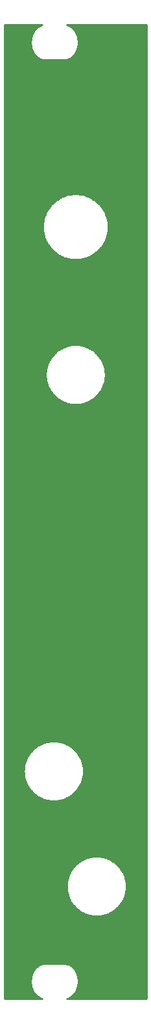
<source format=gtl>
G04 #@! TF.GenerationSoftware,KiCad,Pcbnew,(5.1.10)-1*
G04 #@! TF.CreationDate,2021-10-06T15:16:57-05:00*
G04 #@! TF.ProjectId,Slew Limiter Front Panel,536c6577-204c-4696-9d69-746572204672,rev?*
G04 #@! TF.SameCoordinates,Original*
G04 #@! TF.FileFunction,Copper,L1,Top*
G04 #@! TF.FilePolarity,Positive*
%FSLAX46Y46*%
G04 Gerber Fmt 4.6, Leading zero omitted, Abs format (unit mm)*
G04 Created by KiCad (PCBNEW (5.1.10)-1) date 2021-10-06 15:16:57*
%MOMM*%
%LPD*%
G01*
G04 APERTURE LIST*
G04 #@! TA.AperFunction,NonConductor*
%ADD10C,0.254000*%
G04 #@! TD*
G04 #@! TA.AperFunction,NonConductor*
%ADD11C,0.100000*%
G04 #@! TD*
G04 APERTURE END LIST*
D10*
X146106700Y173623162D02*
X146053339Y173598467D01*
X145864922Y173519590D01*
X145814644Y173501528D01*
X145767284Y173473060D01*
X145718632Y173446819D01*
X145677461Y173412770D01*
X145522022Y173297184D01*
X145489419Y173277359D01*
X145437504Y173229701D01*
X145385286Y173182252D01*
X145362592Y173151571D01*
X145246762Y173022125D01*
X145230508Y173008378D01*
X145198590Y172968290D01*
X145188611Y172957138D01*
X145176110Y172940056D01*
X145162924Y172923495D01*
X145154795Y172910931D01*
X145124532Y172869578D01*
X145115553Y172850277D01*
X145064109Y172770763D01*
X145055728Y172761527D01*
X145024845Y172710074D01*
X145011948Y172690140D01*
X145006266Y172679120D01*
X144999889Y172668496D01*
X144989730Y172647051D01*
X144962222Y172593703D01*
X144958778Y172581715D01*
X144919261Y172498296D01*
X144912959Y172489261D01*
X144888316Y172432975D01*
X144877529Y172410204D01*
X144873832Y172399892D01*
X144869443Y172389867D01*
X144861655Y172365928D01*
X144840912Y172308067D01*
X144839289Y172297170D01*
X144811396Y172211425D01*
X144810314Y172209467D01*
X144789034Y172142683D01*
X144778526Y172110380D01*
X144778048Y172108203D01*
X144777373Y172106086D01*
X144770307Y172072981D01*
X144755236Y172004407D01*
X144755191Y172002166D01*
X144735407Y171909478D01*
X144733061Y171903771D01*
X144720305Y171838725D01*
X144714046Y171809404D01*
X144713361Y171803317D01*
X144712180Y171797297D01*
X144709318Y171767408D01*
X144701906Y171701583D01*
X144702425Y171695438D01*
X144685969Y171523609D01*
X144682523Y171488624D01*
X144682523Y171487631D01*
X144682429Y171486649D01*
X144682523Y171451721D01*
X144682523Y171387989D01*
X144681642Y171368671D01*
X144682523Y171351936D01*
X144682523Y171335153D01*
X144684421Y171315880D01*
X144692891Y171154999D01*
X144691856Y171146454D01*
X144696692Y171082794D01*
X144698142Y171055254D01*
X144699427Y171046798D01*
X144700075Y171038264D01*
X144704850Y171011097D01*
X144714439Y170947982D01*
X144717368Y170939886D01*
X144734622Y170841729D01*
X144734600Y170840579D01*
X144747178Y170770302D01*
X144753207Y170736001D01*
X144753512Y170734908D01*
X144753715Y170733774D01*
X144763293Y170699865D01*
X144782375Y170631492D01*
X144782893Y170630468D01*
X144807525Y170543259D01*
X144808569Y170533412D01*
X144827180Y170473670D01*
X144834322Y170448383D01*
X144837909Y170439227D01*
X144840840Y170429820D01*
X144851090Y170405588D01*
X144873906Y170347358D01*
X144879249Y170339019D01*
X144914167Y170256471D01*
X144916301Y170247321D01*
X144942337Y170189874D01*
X144952774Y170165200D01*
X144957235Y170157001D01*
X144961091Y170148494D01*
X144974495Y170125283D01*
X145004635Y170069894D01*
X145010649Y170062677D01*
X145058541Y169979744D01*
X145067229Y169958561D01*
X145094670Y169917181D01*
X145101351Y169905612D01*
X145114606Y169887119D01*
X145127195Y169868135D01*
X145135645Y169857766D01*
X145164560Y169817423D01*
X145181266Y169801779D01*
X145294817Y169662430D01*
X145314840Y169632228D01*
X145340430Y169606454D01*
X145340457Y169606420D01*
X145367451Y169579237D01*
X145391286Y169555230D01*
X145391316Y169555206D01*
X145416912Y169529430D01*
X145446975Y169509191D01*
X145591873Y169389400D01*
X145627888Y169355618D01*
X145678235Y169324258D01*
X145727431Y169291130D01*
X145772977Y169272072D01*
X145954613Y169182331D01*
X146004757Y169154916D01*
X146053922Y169139493D01*
X146102144Y169121303D01*
X146158534Y169111950D01*
X146327800Y169076615D01*
X146350841Y169068563D01*
X146398509Y169061854D01*
X146410114Y169059431D01*
X146434247Y169056823D01*
X146458285Y169053440D01*
X146470129Y169052946D01*
X146517989Y169047775D01*
X146539954Y169049729D01*
X146549822Y169048757D01*
X146570636Y169048757D01*
X146591388Y169047892D01*
X146606679Y169048757D01*
X148941615Y169048757D01*
X148956493Y169046422D01*
X149013869Y169048757D01*
X149035042Y169048757D01*
X149049951Y169050225D01*
X149064905Y169050834D01*
X149085852Y169053761D01*
X149143022Y169059392D01*
X149157439Y169063765D01*
X149323445Y169086964D01*
X149381951Y169092949D01*
X149429622Y169107606D01*
X149478093Y169119315D01*
X149531472Y169144014D01*
X149719900Y169222896D01*
X149770164Y169240949D01*
X149817546Y169269427D01*
X149866210Y169295674D01*
X149907375Y169329717D01*
X150062834Y169445306D01*
X150095481Y169465160D01*
X150147464Y169512888D01*
X150199552Y169560212D01*
X150222272Y169590924D01*
X150338078Y169720360D01*
X150354295Y169734073D01*
X150386247Y169774197D01*
X150396260Y169785389D01*
X150408733Y169802436D01*
X150421885Y169818951D01*
X150430041Y169831555D01*
X150460333Y169872953D01*
X150469289Y169892207D01*
X150522921Y169975089D01*
X150533896Y169987451D01*
X150562181Y170035761D01*
X150572886Y170052304D01*
X150580419Y170066911D01*
X150588718Y170081085D01*
X150596957Y170098978D01*
X150622619Y170148737D01*
X150627183Y170164622D01*
X150663663Y170243846D01*
X150665383Y170246256D01*
X150693918Y170309551D01*
X150707804Y170339709D01*
X150708767Y170342491D01*
X150709976Y170345172D01*
X150720579Y170376601D01*
X150743307Y170442238D01*
X150743712Y170445172D01*
X150771489Y170527512D01*
X150774503Y170532965D01*
X150794612Y170596053D01*
X150804178Y170624410D01*
X150805572Y170630439D01*
X150807454Y170636344D01*
X150813710Y170665640D01*
X150828618Y170730124D01*
X150828810Y170736352D01*
X150850270Y170836845D01*
X150854025Y170846265D01*
X150865362Y170907522D01*
X150870808Y170933024D01*
X150871938Y170943051D01*
X150873771Y170952956D01*
X150875977Y170978900D01*
X150882957Y171040844D01*
X150882104Y171050952D01*
X150895748Y171211388D01*
X150898290Y171230922D01*
X150898802Y171247308D01*
X150900194Y171263673D01*
X150899931Y171283398D01*
X150901795Y171343038D01*
X150903200Y171373781D01*
X150902922Y171379070D01*
X150903088Y171384378D01*
X150901026Y171415143D01*
X150891967Y171587491D01*
X150893010Y171596106D01*
X150888172Y171659712D01*
X150886728Y171687176D01*
X150885434Y171695698D01*
X150884780Y171704296D01*
X150880013Y171731402D01*
X150870440Y171794449D01*
X150867491Y171802604D01*
X150850226Y171900770D01*
X150850247Y171901847D01*
X150837725Y171971853D01*
X150831621Y172006559D01*
X150831331Y172007598D01*
X150831142Y172008654D01*
X150821624Y172042364D01*
X150802443Y172111065D01*
X150801955Y172112029D01*
X150776714Y172201429D01*
X150775344Y172213616D01*
X150757066Y172271018D01*
X150750564Y172294046D01*
X150746123Y172305384D01*
X150742423Y172317003D01*
X150732952Y172339008D01*
X150710990Y172395074D01*
X150704377Y172405399D01*
X150666718Y172492894D01*
X150664545Y172501958D01*
X150638133Y172559307D01*
X150627511Y172583985D01*
X150623033Y172592092D01*
X150619156Y172600511D01*
X150605573Y172623705D01*
X150575053Y172678964D01*
X150569041Y172686088D01*
X150524322Y172762449D01*
X150517658Y172779050D01*
X150487810Y172824797D01*
X150478537Y172840632D01*
X150468086Y172855028D01*
X150458369Y172869921D01*
X150446889Y172884226D01*
X150414794Y172928436D01*
X150401660Y172940586D01*
X150290069Y173079638D01*
X150266980Y173113978D01*
X150219267Y173161415D01*
X150172190Y173209535D01*
X150138035Y173232901D01*
X149990045Y173353638D01*
X149957190Y173384748D01*
X149903498Y173418544D01*
X149850660Y173453628D01*
X149808808Y173470822D01*
X149631792Y173559320D01*
X149580168Y173587550D01*
X149532626Y173602469D01*
X149486079Y173620278D01*
X149428061Y173630182D01*
X149412426Y173633448D01*
X159805695Y173633448D01*
X159805696Y46833456D01*
X149435583Y46833456D01*
X149478090Y46843724D01*
X149531463Y46868420D01*
X149719899Y46947305D01*
X149770166Y46965360D01*
X149817549Y46993839D01*
X149866210Y47020084D01*
X149907371Y47054124D01*
X150062839Y47169720D01*
X150095481Y47189571D01*
X150147415Y47237254D01*
X150199554Y47284625D01*
X150222274Y47315337D01*
X150338078Y47444770D01*
X150354293Y47458482D01*
X150386247Y47498609D01*
X150396260Y47509800D01*
X150408729Y47526840D01*
X150421884Y47543360D01*
X150430044Y47555970D01*
X150460333Y47597364D01*
X150469287Y47616616D01*
X150522921Y47699500D01*
X150533896Y47711861D01*
X150562179Y47760167D01*
X150572885Y47776712D01*
X150580421Y47791323D01*
X150588718Y47805495D01*
X150596953Y47823379D01*
X150622619Y47873145D01*
X150627185Y47889035D01*
X150663663Y47968256D01*
X150665383Y47970666D01*
X150693918Y48033961D01*
X150707804Y48064119D01*
X150708767Y48066901D01*
X150709976Y48069582D01*
X150720579Y48101011D01*
X150743307Y48166648D01*
X150743712Y48169582D01*
X150771489Y48251922D01*
X150774503Y48257375D01*
X150794612Y48320463D01*
X150804178Y48348820D01*
X150805572Y48354849D01*
X150807454Y48360754D01*
X150813710Y48390050D01*
X150828618Y48454534D01*
X150828810Y48460762D01*
X150850270Y48561255D01*
X150854025Y48570675D01*
X150865362Y48631932D01*
X150870808Y48657434D01*
X150871938Y48667461D01*
X150873771Y48677366D01*
X150875977Y48703310D01*
X150882957Y48765254D01*
X150882104Y48775362D01*
X150895748Y48935798D01*
X150898290Y48955332D01*
X150898802Y48971718D01*
X150900194Y48988083D01*
X150899931Y49007808D01*
X150901795Y49067450D01*
X150903200Y49098192D01*
X150902922Y49103481D01*
X150903088Y49108789D01*
X150901026Y49139554D01*
X150891967Y49311903D01*
X150893010Y49320518D01*
X150888171Y49384126D01*
X150886728Y49411587D01*
X150885434Y49420108D01*
X150884780Y49428708D01*
X150880012Y49455816D01*
X150870440Y49518860D01*
X150867490Y49527016D01*
X150850226Y49625177D01*
X150850247Y49626257D01*
X150837674Y49696544D01*
X150831620Y49730969D01*
X150831333Y49731998D01*
X150831142Y49733064D01*
X150821535Y49767092D01*
X150802442Y49835475D01*
X150801956Y49836435D01*
X150776714Y49925839D01*
X150775344Y49938026D01*
X150757066Y49995428D01*
X150750564Y50018456D01*
X150746123Y50029794D01*
X150742423Y50041413D01*
X150732952Y50063418D01*
X150710990Y50119484D01*
X150704377Y50129809D01*
X150666718Y50217304D01*
X150664545Y50226368D01*
X150638133Y50283717D01*
X150627511Y50308395D01*
X150623033Y50316502D01*
X150619156Y50324921D01*
X150605573Y50348115D01*
X150575053Y50403374D01*
X150569041Y50410498D01*
X150524322Y50486859D01*
X150517658Y50503460D01*
X150487810Y50549207D01*
X150478537Y50565042D01*
X150468086Y50579438D01*
X150458369Y50594331D01*
X150446889Y50608636D01*
X150414794Y50652846D01*
X150401660Y50664996D01*
X150290069Y50804048D01*
X150266980Y50838388D01*
X150219267Y50885825D01*
X150172190Y50933945D01*
X150138035Y50957311D01*
X149990052Y51078042D01*
X149957193Y51109156D01*
X149903502Y51142951D01*
X149850660Y51178038D01*
X149808807Y51195232D01*
X149631807Y51283724D01*
X149580166Y51311963D01*
X149532623Y51326882D01*
X149486082Y51344689D01*
X149428054Y51354595D01*
X149257094Y51390300D01*
X149234022Y51398362D01*
X149186381Y51405068D01*
X149174811Y51407484D01*
X149150658Y51410096D01*
X149126579Y51413485D01*
X149114760Y51413978D01*
X149066937Y51419149D01*
X149044935Y51417194D01*
X149035042Y51418168D01*
X149014228Y51418168D01*
X148993476Y51419033D01*
X148978185Y51418168D01*
X146643220Y51418168D01*
X146628316Y51420506D01*
X146570970Y51418168D01*
X146549822Y51418168D01*
X146534884Y51416697D01*
X146519903Y51416086D01*
X146498982Y51413161D01*
X146441842Y51407533D01*
X146427399Y51403152D01*
X146261369Y51379937D01*
X146202889Y51373955D01*
X146155197Y51359291D01*
X146106697Y51347571D01*
X146053335Y51322875D01*
X145864922Y51244000D01*
X145814644Y51225938D01*
X145767284Y51197470D01*
X145718632Y51171229D01*
X145677461Y51137180D01*
X145522022Y51021594D01*
X145489419Y51001769D01*
X145437504Y50954111D01*
X145385286Y50906662D01*
X145362592Y50875981D01*
X145246762Y50746535D01*
X145230508Y50732788D01*
X145198590Y50692700D01*
X145188611Y50681548D01*
X145176110Y50664466D01*
X145162924Y50647905D01*
X145154795Y50635341D01*
X145124532Y50593988D01*
X145115553Y50574687D01*
X145064109Y50495173D01*
X145055728Y50485937D01*
X145024845Y50434484D01*
X145011948Y50414550D01*
X145006266Y50403530D01*
X144999889Y50392906D01*
X144989730Y50371461D01*
X144962222Y50318113D01*
X144958778Y50306125D01*
X144919261Y50222706D01*
X144912959Y50213671D01*
X144888316Y50157385D01*
X144877529Y50134614D01*
X144873832Y50124302D01*
X144869443Y50114277D01*
X144861655Y50090338D01*
X144840912Y50032477D01*
X144839289Y50021580D01*
X144811396Y49935835D01*
X144810314Y49933877D01*
X144789034Y49867093D01*
X144778526Y49834790D01*
X144778048Y49832613D01*
X144777373Y49830496D01*
X144770305Y49797384D01*
X144755236Y49728817D01*
X144755191Y49726577D01*
X144735407Y49633888D01*
X144733061Y49628182D01*
X144720307Y49563146D01*
X144714046Y49533816D01*
X144713360Y49527727D01*
X144712180Y49521708D01*
X144709318Y49491824D01*
X144701906Y49425994D01*
X144702425Y49419849D01*
X144685968Y49248014D01*
X144682523Y49213034D01*
X144682523Y49212041D01*
X144682429Y49211059D01*
X144682523Y49176131D01*
X144682523Y49112400D01*
X144681642Y49093082D01*
X144682523Y49076347D01*
X144682523Y49059564D01*
X144684421Y49040291D01*
X144692891Y48879409D01*
X144691856Y48870864D01*
X144696692Y48807204D01*
X144698142Y48779664D01*
X144699427Y48771208D01*
X144700075Y48762674D01*
X144704850Y48735507D01*
X144714439Y48672392D01*
X144717368Y48664296D01*
X144734622Y48566139D01*
X144734600Y48564989D01*
X144747178Y48494712D01*
X144753207Y48460411D01*
X144753512Y48459318D01*
X144753715Y48458184D01*
X144763293Y48424275D01*
X144782375Y48355902D01*
X144782893Y48354878D01*
X144807524Y48267671D01*
X144808569Y48257820D01*
X144827180Y48198079D01*
X144834322Y48172793D01*
X144837911Y48163634D01*
X144840841Y48154228D01*
X144851088Y48130003D01*
X144873906Y48071768D01*
X144879249Y48063428D01*
X144914168Y47980877D01*
X144916301Y47971734D01*
X144942326Y47914309D01*
X144952774Y47889610D01*
X144957238Y47881407D01*
X144961090Y47872907D01*
X144974491Y47849701D01*
X145004636Y47794304D01*
X145010649Y47787088D01*
X145058540Y47704156D01*
X145067229Y47682971D01*
X145094671Y47641589D01*
X145101350Y47630024D01*
X145114602Y47611534D01*
X145127195Y47592545D01*
X145135645Y47582175D01*
X145164559Y47541834D01*
X145181266Y47526190D01*
X145294817Y47386840D01*
X145314840Y47356638D01*
X145340430Y47330864D01*
X145340457Y47330830D01*
X145367451Y47303647D01*
X145391286Y47279640D01*
X145391316Y47279616D01*
X145416912Y47253840D01*
X145446975Y47233601D01*
X145591873Y47113810D01*
X145627888Y47080028D01*
X145678235Y47048668D01*
X145727431Y47015540D01*
X145772977Y46996482D01*
X145954613Y46906741D01*
X146004757Y46879326D01*
X146053922Y46863903D01*
X146102144Y46845713D01*
X146158534Y46836360D01*
X146172446Y46833456D01*
X141275732Y46833456D01*
X141275732Y61469635D01*
X149368498Y61469635D01*
X149368569Y61468124D01*
X149368498Y61466625D01*
X149370250Y61432264D01*
X149382164Y61178181D01*
X149381796Y61175617D01*
X149385552Y61105926D01*
X149387124Y61072397D01*
X149387496Y61069849D01*
X149387635Y61067273D01*
X149392725Y61034049D01*
X149402805Y60965033D01*
X149403672Y60962593D01*
X149430540Y60787211D01*
X149430500Y60786243D01*
X149441449Y60716007D01*
X149446823Y60680927D01*
X149447065Y60679982D01*
X149447212Y60679036D01*
X149455943Y60645240D01*
X149473687Y60575803D01*
X149474107Y60574925D01*
X149534960Y60339368D01*
X149543831Y60304908D01*
X149543937Y60304617D01*
X149544015Y60304316D01*
X149556192Y60271059D01*
X149638604Y60045382D01*
X149638857Y60043798D01*
X149663454Y59977334D01*
X149675270Y59944978D01*
X149675958Y59943547D01*
X149676516Y59942040D01*
X149691719Y59910777D01*
X149722299Y59847198D01*
X149723261Y59845918D01*
X149825499Y59635687D01*
X149839580Y59606058D01*
X149841288Y59603220D01*
X149842735Y59600245D01*
X149859883Y59572327D01*
X150015586Y59313640D01*
X150033694Y59283456D01*
X150034007Y59283035D01*
X150034281Y59282579D01*
X150055524Y59254046D01*
X150196565Y59064037D01*
X150197736Y59061609D01*
X150239644Y59006002D01*
X150259624Y58979084D01*
X150261430Y58977093D01*
X150263039Y58974958D01*
X150285647Y58950396D01*
X150332523Y58898719D01*
X150334689Y58897114D01*
X150490842Y58727462D01*
X150512606Y58703350D01*
X150515251Y58700943D01*
X150517678Y58698306D01*
X150541955Y58676640D01*
X150764471Y58474132D01*
X150790199Y58450560D01*
X150791176Y58449827D01*
X150792074Y58449010D01*
X150819953Y58428244D01*
X151062018Y58246696D01*
X151089602Y58225852D01*
X151090729Y58225162D01*
X151091794Y58224364D01*
X151121572Y58206298D01*
X151322064Y58083669D01*
X151323608Y58082260D01*
X151383810Y58045902D01*
X151412836Y58028149D01*
X151414703Y58027245D01*
X151416487Y58026168D01*
X151447300Y58011469D01*
X151510500Y57980880D01*
X151512522Y57980354D01*
X151725025Y57878979D01*
X151756319Y57863925D01*
X151757437Y57863516D01*
X151758518Y57863001D01*
X151791378Y57851120D01*
X152082152Y57744913D01*
X152115701Y57732629D01*
X152115982Y57732556D01*
X152116246Y57732460D01*
X152150075Y57723749D01*
X152386312Y57662721D01*
X152387184Y57662303D01*
X152456342Y57644629D01*
X152490419Y57635826D01*
X152491370Y57635678D01*
X152492308Y57635438D01*
X152527237Y57630087D01*
X152597627Y57619114D01*
X152598594Y57619154D01*
X152773953Y57592288D01*
X152776397Y57591420D01*
X152845455Y57581334D01*
X152878631Y57576251D01*
X152881206Y57576112D01*
X152883761Y57575739D01*
X152917338Y57574165D01*
X152986976Y57570411D01*
X152989542Y57570779D01*
X153243436Y57558874D01*
X153277745Y57557112D01*
X153279383Y57557189D01*
X153281021Y57557112D01*
X153315352Y57558875D01*
X153569197Y57570779D01*
X153571759Y57570411D01*
X153641411Y57574165D01*
X153674983Y57575739D01*
X153677533Y57576112D01*
X153680103Y57576250D01*
X153713305Y57581337D01*
X153782347Y57591421D01*
X153784784Y57592287D01*
X153960913Y57619269D01*
X153962635Y57619201D01*
X154032377Y57630217D01*
X154066448Y57635437D01*
X154068111Y57635862D01*
X154069808Y57636130D01*
X154103169Y57644821D01*
X154171573Y57662301D01*
X154173129Y57663046D01*
X154406128Y57723744D01*
X154439976Y57732460D01*
X154440947Y57732815D01*
X154441950Y57733076D01*
X154474867Y57745204D01*
X154763663Y57850688D01*
X154795301Y57862001D01*
X154797560Y57863069D01*
X154799904Y57863925D01*
X154830138Y57878469D01*
X155044982Y57980029D01*
X155048287Y57980889D01*
X155110335Y58010923D01*
X155139981Y58024937D01*
X155142899Y58026685D01*
X155145950Y58028162D01*
X155173859Y58045233D01*
X155233058Y58080700D01*
X155235588Y58082993D01*
X155437314Y58206385D01*
X155466923Y58224347D01*
X155468004Y58225158D01*
X155469162Y58225866D01*
X155496861Y58246798D01*
X155738648Y58428124D01*
X155766689Y58449010D01*
X155767581Y58449822D01*
X155768540Y58450541D01*
X155794156Y58474008D01*
X156018529Y58678206D01*
X156044320Y58701512D01*
X156045195Y58702474D01*
X156046157Y58703350D01*
X156069431Y58729135D01*
X156223393Y58898497D01*
X156223730Y58898747D01*
X156271808Y58951756D01*
X156296089Y58978465D01*
X156296342Y58978805D01*
X156296624Y58979116D01*
X156318111Y59008066D01*
X156360853Y59065519D01*
X156361032Y59065895D01*
X156499141Y59251976D01*
X156518970Y59278215D01*
X156520631Y59280930D01*
X156522530Y59283489D01*
X156539454Y59311703D01*
X156697703Y59570410D01*
X156716050Y59600285D01*
X156716333Y59600866D01*
X156716675Y59601426D01*
X156732221Y59633543D01*
X156835480Y59845909D01*
X156836419Y59847157D01*
X156867134Y59911009D01*
X156882243Y59942082D01*
X156882781Y59943536D01*
X156883454Y59944935D01*
X156895323Y59977429D01*
X156919897Y60043841D01*
X156920143Y60045383D01*
X156978593Y60205410D01*
X156979933Y60207648D01*
X157003400Y60273328D01*
X157014918Y60304862D01*
X157015565Y60307376D01*
X157016440Y60309824D01*
X157024590Y60342425D01*
X157041974Y60409937D01*
X157042119Y60412541D01*
X157100932Y60647794D01*
X157109399Y60680928D01*
X157109690Y60682826D01*
X157110154Y60684683D01*
X157115143Y60718424D01*
X157163192Y61032057D01*
X157168526Y61066686D01*
X157168542Y61066978D01*
X157168587Y61067272D01*
X157170503Y61102831D01*
X157184564Y61359844D01*
X157185580Y61364007D01*
X157188517Y61432106D01*
X157190256Y61463896D01*
X157190071Y61468144D01*
X157190255Y61472409D01*
X157188497Y61504293D01*
X157185536Y61572296D01*
X157184518Y61576458D01*
X157170532Y61830125D01*
X157168676Y61865331D01*
X157168542Y61866214D01*
X157168493Y61867099D01*
X157163152Y61901678D01*
X157115059Y62218112D01*
X157109869Y62252737D01*
X157109687Y62253460D01*
X157109573Y62254208D01*
X157100844Y62288535D01*
X157042078Y62521642D01*
X157041974Y62523514D01*
X157024420Y62591689D01*
X157016017Y62625019D01*
X157015384Y62626781D01*
X157014918Y62628589D01*
X157003149Y62660810D01*
X156979308Y62727123D01*
X156978341Y62728731D01*
X156920143Y62888068D01*
X156919897Y62889610D01*
X156895323Y62956022D01*
X156883454Y62988516D01*
X156882781Y62989915D01*
X156882243Y62991369D01*
X156867134Y63022442D01*
X156836419Y63086294D01*
X156835480Y63087542D01*
X156732167Y63300020D01*
X156716688Y63332001D01*
X156716339Y63332571D01*
X156716050Y63333166D01*
X156697669Y63363096D01*
X156539469Y63621744D01*
X156522513Y63650009D01*
X156520629Y63652547D01*
X156518985Y63655235D01*
X156499174Y63681452D01*
X156361025Y63867570D01*
X156360853Y63867933D01*
X156318061Y63925453D01*
X156296605Y63954359D01*
X156296334Y63954658D01*
X156296089Y63954987D01*
X156271614Y63981910D01*
X156223707Y64034725D01*
X156223385Y64034964D01*
X156069431Y64204317D01*
X156046157Y64230102D01*
X156045195Y64230978D01*
X156044320Y64231940D01*
X156018529Y64255246D01*
X155794245Y64459363D01*
X155768572Y64482885D01*
X155767593Y64483619D01*
X155766689Y64484442D01*
X155738750Y64505252D01*
X155496718Y64686781D01*
X155469124Y64707632D01*
X155468009Y64708314D01*
X155466957Y64709103D01*
X155437225Y64727141D01*
X155235593Y64850461D01*
X155233096Y64852723D01*
X155173885Y64888201D01*
X155145910Y64905311D01*
X155142895Y64906770D01*
X155140023Y64908491D01*
X155110394Y64922499D01*
X155048244Y64952578D01*
X155044982Y64953426D01*
X154830118Y65055013D01*
X154799859Y65069567D01*
X154797562Y65070406D01*
X154795345Y65071454D01*
X154763630Y65082797D01*
X154474736Y65188295D01*
X154441950Y65200375D01*
X154440927Y65200641D01*
X154439929Y65201006D01*
X154405945Y65209755D01*
X154173133Y65270404D01*
X154171575Y65271150D01*
X154103032Y65288666D01*
X154069808Y65297321D01*
X154068119Y65297588D01*
X154066451Y65298014D01*
X154032265Y65303251D01*
X153962635Y65314250D01*
X153960917Y65314182D01*
X153715304Y65351810D01*
X153680689Y65357141D01*
X153680400Y65357157D01*
X153680105Y65357202D01*
X153644271Y65359133D01*
X153387694Y65373169D01*
X153383687Y65374149D01*
X153315465Y65377120D01*
X153283478Y65378870D01*
X153279383Y65378692D01*
X153275287Y65378870D01*
X153243288Y65377120D01*
X153175080Y65374149D01*
X153171075Y65373170D01*
X152914419Y65359130D01*
X152878629Y65357201D01*
X152878339Y65357157D01*
X152878055Y65357141D01*
X152843605Y65351835D01*
X152598594Y65314297D01*
X152597627Y65314337D01*
X152527097Y65303343D01*
X152492305Y65298012D01*
X152491372Y65297774D01*
X152490419Y65297625D01*
X152456226Y65288792D01*
X152387182Y65271147D01*
X152386312Y65270730D01*
X152150891Y65209913D01*
X152116292Y65201006D01*
X152115999Y65200899D01*
X152115701Y65200822D01*
X152082873Y65188802D01*
X151791400Y65082362D01*
X151758474Y65070454D01*
X151757434Y65069958D01*
X151756364Y65069567D01*
X151725077Y65054519D01*
X151512522Y64953102D01*
X151510542Y64952587D01*
X151447161Y64921916D01*
X151416445Y64907260D01*
X151414710Y64906212D01*
X151412875Y64905324D01*
X151383653Y64887453D01*
X151323570Y64851162D01*
X151322065Y64849789D01*
X151121392Y64727066D01*
X151091760Y64709086D01*
X151090736Y64708318D01*
X151089639Y64707647D01*
X151061893Y64686683D01*
X150819983Y64505230D01*
X150792074Y64484442D01*
X150791159Y64483610D01*
X150790168Y64482866D01*
X150764480Y64459329D01*
X150541955Y64256812D01*
X150517678Y64235146D01*
X150515251Y64232509D01*
X150512606Y64230102D01*
X150490842Y64205990D01*
X150334699Y64036349D01*
X150332545Y64034753D01*
X150285675Y63983087D01*
X150263039Y63958494D01*
X150261438Y63956370D01*
X150259643Y63954391D01*
X150239654Y63927464D01*
X150197736Y63871843D01*
X150196571Y63869429D01*
X150055164Y63678942D01*
X150034266Y63650871D01*
X150034012Y63650448D01*
X150033710Y63650042D01*
X150015288Y63619338D01*
X149859872Y63361108D01*
X149842735Y63333206D01*
X149841283Y63330220D01*
X149839567Y63327369D01*
X149825488Y63297742D01*
X149723261Y63087533D01*
X149722299Y63086253D01*
X149691719Y63022674D01*
X149676516Y62991411D01*
X149675958Y62989904D01*
X149675270Y62988473D01*
X149663454Y62956117D01*
X149638857Y62889653D01*
X149638604Y62888069D01*
X149556542Y62663350D01*
X149544462Y62630564D01*
X149544196Y62629541D01*
X149543831Y62628543D01*
X149535082Y62594559D01*
X149474322Y62361320D01*
X149473388Y62359364D01*
X149456070Y62291259D01*
X149447516Y62258422D01*
X149447181Y62256299D01*
X149446649Y62254208D01*
X149441528Y62220512D01*
X149430587Y62151249D01*
X149430673Y62149090D01*
X149403545Y61970600D01*
X149402870Y61968702D01*
X149392682Y61899121D01*
X149387546Y61865331D01*
X149387440Y61863327D01*
X149387150Y61861344D01*
X149385540Y61827267D01*
X149381835Y61756979D01*
X149382124Y61754982D01*
X149370275Y61504225D01*
X149368498Y61469635D01*
X141275732Y61469635D01*
X141275732Y76468330D01*
X143764425Y76468330D01*
X143764496Y76466822D01*
X143764425Y76465325D01*
X143766179Y76430917D01*
X143778092Y76176876D01*
X143777724Y76174314D01*
X143781478Y76104649D01*
X143783052Y76071092D01*
X143783424Y76068543D01*
X143783563Y76065970D01*
X143788654Y76032737D01*
X143798734Y75963728D01*
X143799600Y75961291D01*
X143826468Y75785908D01*
X143826428Y75784940D01*
X143837377Y75714704D01*
X143842751Y75679624D01*
X143842993Y75678679D01*
X143843140Y75677733D01*
X143851871Y75643937D01*
X143869615Y75574500D01*
X143870035Y75573622D01*
X143930888Y75338065D01*
X143939759Y75303605D01*
X143939865Y75303314D01*
X143939943Y75303013D01*
X143952120Y75269756D01*
X144034532Y75044079D01*
X144034785Y75042495D01*
X144059382Y74976031D01*
X144071198Y74943675D01*
X144071886Y74942244D01*
X144072444Y74940737D01*
X144087647Y74909474D01*
X144118227Y74845895D01*
X144119189Y74844615D01*
X144221417Y74634404D01*
X144235507Y74604756D01*
X144237218Y74601913D01*
X144238663Y74598942D01*
X144255788Y74571061D01*
X144411682Y74312056D01*
X144429623Y74282151D01*
X144429931Y74281735D01*
X144430208Y74281276D01*
X144451646Y74252481D01*
X144592492Y74062735D01*
X144593663Y74060308D01*
X144635625Y74004627D01*
X144655553Y73977780D01*
X144657350Y73975799D01*
X144658965Y73973656D01*
X144681670Y73948988D01*
X144728452Y73897415D01*
X144730615Y73895812D01*
X144886769Y73726159D01*
X144908536Y73702044D01*
X144911179Y73699638D01*
X144913605Y73697003D01*
X144937873Y73675345D01*
X145160445Y73472786D01*
X145186126Y73449258D01*
X145187102Y73448526D01*
X145188003Y73447706D01*
X145215857Y73426960D01*
X145457802Y73245501D01*
X145485530Y73224548D01*
X145486661Y73223856D01*
X145487720Y73223062D01*
X145517365Y73205077D01*
X145717993Y73082365D01*
X145719535Y73080958D01*
X145779702Y73044622D01*
X145808766Y73026845D01*
X145810635Y73025941D01*
X145812414Y73024866D01*
X145843154Y73010201D01*
X145906430Y72979576D01*
X145908454Y72979050D01*
X146120809Y72877745D01*
X146152246Y72862622D01*
X146153369Y72862212D01*
X146154444Y72861699D01*
X146187219Y72849848D01*
X146477984Y72743645D01*
X146511629Y72731326D01*
X146511907Y72731254D01*
X146512173Y72731157D01*
X146546340Y72722359D01*
X146782237Y72661418D01*
X146783109Y72661001D01*
X146852270Y72643327D01*
X146886348Y72634523D01*
X146887298Y72634375D01*
X146888233Y72634136D01*
X146923094Y72628795D01*
X146993556Y72617811D01*
X146994522Y72617851D01*
X147169880Y72590984D01*
X147172327Y72590115D01*
X147241345Y72580035D01*
X147274555Y72574947D01*
X147277137Y72574808D01*
X147279690Y72574435D01*
X147313216Y72572863D01*
X147382900Y72569107D01*
X147385468Y72569475D01*
X147639330Y72557573D01*
X147673670Y72555809D01*
X147675310Y72555886D01*
X147676951Y72555809D01*
X147711309Y72557574D01*
X147965125Y72569475D01*
X147967689Y72569107D01*
X148037380Y72572863D01*
X148070909Y72574435D01*
X148073457Y72574807D01*
X148076033Y72574946D01*
X148109264Y72580037D01*
X148178272Y72590116D01*
X148180711Y72590983D01*
X148356845Y72617966D01*
X148358563Y72617898D01*
X148428193Y72628897D01*
X148462379Y72634134D01*
X148464047Y72634560D01*
X148465736Y72634827D01*
X148498960Y72643482D01*
X148567503Y72660998D01*
X148569061Y72661744D01*
X148802056Y72722441D01*
X148835904Y72731157D01*
X148836875Y72731512D01*
X148837878Y72731773D01*
X148870795Y72743901D01*
X149159591Y72849385D01*
X149191229Y72860698D01*
X149193488Y72861766D01*
X149195832Y72862622D01*
X149226066Y72877166D01*
X149440910Y72978726D01*
X149444215Y72979586D01*
X149506263Y73009620D01*
X149535909Y73023634D01*
X149538827Y73025382D01*
X149541878Y73026859D01*
X149569787Y73043930D01*
X149628986Y73079397D01*
X149631516Y73081690D01*
X149833242Y73205082D01*
X149862851Y73223044D01*
X149863932Y73223855D01*
X149865090Y73224563D01*
X149892789Y73245495D01*
X150134573Y73426819D01*
X150162616Y73447706D01*
X150163510Y73448519D01*
X150164468Y73449238D01*
X150190052Y73472675D01*
X150414483Y73676926D01*
X150440249Y73700209D01*
X150441122Y73701170D01*
X150442083Y73702044D01*
X150465345Y73727815D01*
X150619321Y73897195D01*
X150619656Y73897443D01*
X150667828Y73950554D01*
X150692018Y73977164D01*
X150692268Y73977500D01*
X150692551Y73977812D01*
X150714166Y74006935D01*
X150756782Y74064218D01*
X150756960Y74064593D01*
X150895054Y74250652D01*
X150914899Y74276912D01*
X150916562Y74279631D01*
X150918457Y74282184D01*
X150935345Y74310337D01*
X151093743Y74569290D01*
X151111978Y74598982D01*
X151112259Y74599560D01*
X151112604Y74600124D01*
X151128190Y74632325D01*
X151231408Y74844606D01*
X151232347Y74845854D01*
X151263062Y74909706D01*
X151278171Y74940779D01*
X151278709Y74942233D01*
X151279382Y74943632D01*
X151291251Y74976126D01*
X151315825Y75042538D01*
X151316071Y75044080D01*
X151374521Y75204107D01*
X151375861Y75206345D01*
X151399328Y75272025D01*
X151410846Y75303559D01*
X151411493Y75306073D01*
X151412368Y75308521D01*
X151420518Y75341122D01*
X151437902Y75408634D01*
X151438047Y75411238D01*
X151496860Y75646491D01*
X151505327Y75679625D01*
X151505618Y75681523D01*
X151506082Y75683380D01*
X151511071Y75717121D01*
X151559248Y76031588D01*
X151564454Y76065385D01*
X151564470Y76065674D01*
X151564515Y76065969D01*
X151566445Y76101781D01*
X151580491Y76358539D01*
X151581507Y76362702D01*
X151584445Y76430817D01*
X151586183Y76462596D01*
X151585998Y76466841D01*
X151586182Y76471104D01*
X151584423Y76503009D01*
X151581462Y76570995D01*
X151580445Y76575152D01*
X151566465Y76828718D01*
X151564604Y76864028D01*
X151564470Y76864913D01*
X151564421Y76865793D01*
X151559085Y76900338D01*
X151510987Y77216809D01*
X151505797Y77251434D01*
X151505615Y77252157D01*
X151505501Y77252905D01*
X151496772Y77287232D01*
X151438006Y77520339D01*
X151437902Y77522211D01*
X151420348Y77590386D01*
X151411945Y77623716D01*
X151411312Y77625478D01*
X151410846Y77627286D01*
X151399077Y77659507D01*
X151375236Y77725820D01*
X151374269Y77727428D01*
X151316071Y77886765D01*
X151315825Y77888307D01*
X151291251Y77954719D01*
X151279382Y77987213D01*
X151278709Y77988612D01*
X151278171Y77990066D01*
X151263062Y78021139D01*
X151232347Y78084991D01*
X151231408Y78086239D01*
X151128095Y78298717D01*
X151112616Y78330698D01*
X151112267Y78331268D01*
X151111978Y78331863D01*
X151093597Y78361793D01*
X150935397Y78620441D01*
X150918441Y78648706D01*
X150916557Y78651244D01*
X150914913Y78653932D01*
X150895102Y78680149D01*
X150756953Y78866267D01*
X150756781Y78866630D01*
X150713989Y78924150D01*
X150692533Y78953056D01*
X150692262Y78953355D01*
X150692017Y78953684D01*
X150667542Y78980607D01*
X150619635Y79033422D01*
X150619313Y79033661D01*
X150465332Y79203044D01*
X150442083Y79228801D01*
X150441122Y79229676D01*
X150440248Y79230637D01*
X150414468Y79253933D01*
X150190277Y79457965D01*
X150164502Y79481580D01*
X150163519Y79482318D01*
X150162616Y79483139D01*
X150134776Y79503875D01*
X149892695Y79685441D01*
X149865052Y79706329D01*
X149863935Y79707012D01*
X149862886Y79707799D01*
X149833194Y79725813D01*
X149631521Y79849158D01*
X149629024Y79851420D01*
X149569813Y79886898D01*
X149541838Y79904008D01*
X149538823Y79905467D01*
X149535951Y79907188D01*
X149506322Y79921196D01*
X149444172Y79951275D01*
X149440910Y79952123D01*
X149226046Y80053710D01*
X149195787Y80068264D01*
X149193490Y80069103D01*
X149191273Y80070151D01*
X149159558Y80081494D01*
X148870664Y80186992D01*
X148837878Y80199072D01*
X148836855Y80199338D01*
X148835857Y80199703D01*
X148801873Y80208452D01*
X148569061Y80269101D01*
X148567503Y80269847D01*
X148498960Y80287363D01*
X148465736Y80296018D01*
X148464047Y80296285D01*
X148462379Y80296711D01*
X148428193Y80301948D01*
X148358563Y80312947D01*
X148356845Y80312879D01*
X148111232Y80350507D01*
X148076617Y80355838D01*
X148076328Y80355854D01*
X148076033Y80355899D01*
X148040193Y80357831D01*
X147783621Y80371866D01*
X147779614Y80372846D01*
X147711393Y80375817D01*
X147679405Y80377567D01*
X147675310Y80377389D01*
X147671214Y80377567D01*
X147639215Y80375817D01*
X147571007Y80372846D01*
X147567002Y80371867D01*
X147310414Y80357831D01*
X147274555Y80355898D01*
X147274264Y80355853D01*
X147273982Y80355838D01*
X147239687Y80350556D01*
X146994522Y80312994D01*
X146993556Y80313034D01*
X146923094Y80302050D01*
X146888233Y80296709D01*
X146887298Y80296470D01*
X146886348Y80296322D01*
X146852270Y80287518D01*
X146783109Y80269844D01*
X146782237Y80269427D01*
X146547130Y80208690D01*
X146512219Y80199703D01*
X146511923Y80199595D01*
X146511629Y80199519D01*
X146478723Y80187471D01*
X146187238Y80081026D01*
X146154400Y80069150D01*
X146153365Y80068656D01*
X146152291Y80068264D01*
X146120855Y80053144D01*
X145908450Y79951798D01*
X145906472Y79951284D01*
X145843161Y79920647D01*
X145812372Y79905956D01*
X145810633Y79904905D01*
X145808805Y79904021D01*
X145779711Y79886228D01*
X145719497Y79849859D01*
X145717988Y79848482D01*
X145517312Y79725759D01*
X145487684Y79707781D01*
X145486664Y79707016D01*
X145485567Y79706345D01*
X145457789Y79685357D01*
X145215773Y79503823D01*
X145188003Y79483139D01*
X145187088Y79482307D01*
X145186093Y79481560D01*
X145160371Y79457992D01*
X144937879Y79255506D01*
X144913606Y79233843D01*
X144911180Y79231207D01*
X144908536Y79228801D01*
X144886764Y79204681D01*
X144730627Y79035046D01*
X144728473Y79033450D01*
X144681603Y78981784D01*
X144658967Y78957191D01*
X144657366Y78955067D01*
X144655571Y78953088D01*
X144635582Y78926161D01*
X144593664Y78870540D01*
X144592499Y78868126D01*
X144451092Y78677639D01*
X144430194Y78649568D01*
X144429940Y78649145D01*
X144429638Y78648739D01*
X144411216Y78618035D01*
X144255800Y78359805D01*
X144238663Y78331903D01*
X144237211Y78328917D01*
X144235495Y78326066D01*
X144221416Y78296439D01*
X144119189Y78086230D01*
X144118227Y78084950D01*
X144087647Y78021371D01*
X144072444Y77990108D01*
X144071886Y77988601D01*
X144071198Y77987170D01*
X144059382Y77954814D01*
X144034785Y77888350D01*
X144034532Y77886766D01*
X143952470Y77662047D01*
X143940390Y77629261D01*
X143940124Y77628238D01*
X143939759Y77627240D01*
X143931010Y77593256D01*
X143870250Y77360017D01*
X143869316Y77358061D01*
X143851998Y77289956D01*
X143843444Y77257119D01*
X143843109Y77254996D01*
X143842577Y77252905D01*
X143837456Y77219209D01*
X143826515Y77149946D01*
X143826601Y77147787D01*
X143799473Y76969296D01*
X143798799Y76967401D01*
X143788611Y76897829D01*
X143783474Y76864028D01*
X143783369Y76862027D01*
X143783078Y76860043D01*
X143781466Y76825930D01*
X143777763Y76755676D01*
X143778052Y76753681D01*
X143766200Y76502887D01*
X143764425Y76468330D01*
X141275732Y76468330D01*
X141275732Y128086499D01*
X146629819Y128086499D01*
X146629896Y128084861D01*
X146629819Y128083223D01*
X146631581Y128048914D01*
X146643486Y127795020D01*
X146643118Y127792454D01*
X146646871Y127722821D01*
X146648446Y127689239D01*
X146648819Y127686683D01*
X146648958Y127684110D01*
X146654039Y127650945D01*
X146664127Y127581876D01*
X146664995Y127579432D01*
X146691861Y127404073D01*
X146691821Y127403107D01*
X146702771Y127332864D01*
X146708145Y127297786D01*
X146708386Y127296843D01*
X146708533Y127295900D01*
X146717269Y127262082D01*
X146735010Y127192662D01*
X146735429Y127191787D01*
X146796441Y126955611D01*
X146805167Y126921725D01*
X146805263Y126921461D01*
X146805336Y126921180D01*
X146817655Y126887535D01*
X146899942Y126662247D01*
X146900188Y126660705D01*
X146924779Y126594249D01*
X146936632Y126561797D01*
X146937304Y126560400D01*
X146937842Y126558946D01*
X146952991Y126527791D01*
X146983668Y126464019D01*
X146984603Y126462775D01*
X147086856Y126252480D01*
X147100910Y126222908D01*
X147102597Y126220105D01*
X147104035Y126217148D01*
X147121235Y126189141D01*
X147240348Y125991254D01*
X147240791Y125990037D01*
X147277626Y125929322D01*
X147295633Y125899407D01*
X147296404Y125898372D01*
X147297071Y125897272D01*
X147318000Y125869366D01*
X147360431Y125812379D01*
X147361390Y125811513D01*
X147500951Y125625431D01*
X147521717Y125597552D01*
X147522534Y125596654D01*
X147523267Y125595677D01*
X147546836Y125569951D01*
X147750779Y125345859D01*
X147773927Y125320214D01*
X147775041Y125319200D01*
X147776055Y125318086D01*
X147801698Y125294940D01*
X148025852Y125090940D01*
X148051511Y125067432D01*
X148052489Y125066698D01*
X148053395Y125065874D01*
X148081363Y125045042D01*
X148267363Y124905537D01*
X148268224Y124904584D01*
X148325227Y124862138D01*
X148353126Y124841213D01*
X148354218Y124840550D01*
X148355250Y124839782D01*
X148385216Y124821744D01*
X148445890Y124784931D01*
X148447100Y124784491D01*
X148645035Y124665339D01*
X148672992Y124648170D01*
X148675929Y124646742D01*
X148678728Y124645057D01*
X148708387Y124630960D01*
X148918638Y124528729D01*
X148919904Y124527777D01*
X148983698Y124497095D01*
X149014789Y124481977D01*
X149016266Y124481430D01*
X149017685Y124480748D01*
X149050138Y124468897D01*
X149116548Y124444323D01*
X149118113Y124444074D01*
X149344117Y124361541D01*
X149377023Y124349493D01*
X149377317Y124349417D01*
X149377613Y124349309D01*
X149412524Y124340322D01*
X149647639Y124279583D01*
X149648513Y124279165D01*
X149717588Y124261513D01*
X149751742Y124252690D01*
X149752698Y124252541D01*
X149753637Y124252301D01*
X149788476Y124246964D01*
X149858950Y124235978D01*
X149859921Y124236019D01*
X150035301Y124209151D01*
X150037738Y124208285D01*
X150106793Y124198199D01*
X150139982Y124193114D01*
X150142550Y124192976D01*
X150145101Y124192603D01*
X150178683Y124191028D01*
X150248327Y124187275D01*
X150250888Y124187643D01*
X150504928Y124175730D01*
X150539335Y124173976D01*
X150540832Y124174047D01*
X150542340Y124173976D01*
X150576893Y124175751D01*
X150827694Y124187603D01*
X150829684Y124187315D01*
X150899850Y124191013D01*
X150934053Y124192629D01*
X150936039Y124192920D01*
X150938035Y124193025D01*
X150971775Y124198153D01*
X151041411Y124208350D01*
X151043307Y124209024D01*
X151221793Y124236151D01*
X151223956Y124236065D01*
X151293287Y124247016D01*
X151326913Y124252127D01*
X151329000Y124252658D01*
X151331129Y124252994D01*
X151364048Y124261570D01*
X151432069Y124278866D01*
X151434023Y124279799D01*
X151667266Y124340560D01*
X151701250Y124349309D01*
X151702248Y124349674D01*
X151703271Y124349940D01*
X151736057Y124362020D01*
X151959503Y124443618D01*
X151959756Y124443657D01*
X152027822Y124468566D01*
X152061180Y124480748D01*
X152061406Y124480857D01*
X152061650Y124480946D01*
X152094886Y124496960D01*
X152158960Y124527777D01*
X152159160Y124527928D01*
X152371929Y124630442D01*
X152402655Y124645045D01*
X152404330Y124646053D01*
X152406100Y124646906D01*
X152435310Y124664701D01*
X152634329Y124784495D01*
X152635565Y124784945D01*
X152696200Y124821737D01*
X152726156Y124839768D01*
X152727210Y124840553D01*
X152728326Y124841230D01*
X152756161Y124862109D01*
X152813184Y124904566D01*
X152814065Y124905542D01*
X153000250Y125045197D01*
X153028012Y125065875D01*
X153028922Y125066703D01*
X153029919Y125067451D01*
X153055716Y125091088D01*
X153227808Y125247707D01*
X153228467Y125248106D01*
X153281375Y125296458D01*
X153307479Y125320215D01*
X153307990Y125320781D01*
X153308561Y125321303D01*
X153332391Y125347814D01*
X153380180Y125400759D01*
X153380574Y125401419D01*
X153533597Y125571662D01*
X153555573Y125595646D01*
X153557678Y125598452D01*
X153560030Y125601069D01*
X153579343Y125627336D01*
X153759390Y125867371D01*
X153780354Y125895117D01*
X153781025Y125896214D01*
X153781793Y125897238D01*
X153799773Y125926870D01*
X153959079Y126187364D01*
X153977348Y126217107D01*
X153977655Y126217738D01*
X153978031Y126218353D01*
X153993619Y126250565D01*
X154096819Y126462775D01*
X154097786Y126464061D01*
X154128473Y126527865D01*
X154143567Y126558902D01*
X154144121Y126560400D01*
X154144815Y126561842D01*
X154156684Y126594345D01*
X154181227Y126660658D01*
X154181480Y126662244D01*
X154239928Y126822295D01*
X154241255Y126824512D01*
X154264715Y126890173D01*
X154276254Y126921770D01*
X154276896Y126924265D01*
X154277762Y126926688D01*
X154285901Y126959243D01*
X154303304Y127026847D01*
X154303448Y127029433D01*
X154362270Y127264721D01*
X154370719Y127297784D01*
X154371010Y127299682D01*
X154371476Y127301547D01*
X154376475Y127335354D01*
X154424566Y127649238D01*
X154429848Y127683533D01*
X154429863Y127683815D01*
X154429908Y127684106D01*
X154431841Y127719965D01*
X154445877Y127976553D01*
X154446856Y127980558D01*
X154449827Y128048764D01*
X154451577Y128080765D01*
X154451399Y128084861D01*
X154451577Y128088957D01*
X154449827Y128120948D01*
X154446856Y128189165D01*
X154445876Y128193172D01*
X154431839Y128449772D01*
X154429909Y128485584D01*
X154429864Y128485879D01*
X154429848Y128486168D01*
X154424521Y128520757D01*
X154376333Y128835293D01*
X154371191Y128869601D01*
X154370902Y128870749D01*
X154370721Y128871928D01*
X154362067Y128905792D01*
X154303407Y129138479D01*
X154303304Y129140332D01*
X154285723Y129208625D01*
X154277339Y129241883D01*
X154276715Y129243620D01*
X154276254Y129245409D01*
X154264458Y129277710D01*
X154240630Y129343987D01*
X154239676Y129345574D01*
X154181937Y129503684D01*
X154181894Y129503959D01*
X154156985Y129572012D01*
X154144815Y129605337D01*
X154144697Y129605583D01*
X154144599Y129605850D01*
X154128653Y129638939D01*
X154097786Y129703118D01*
X154097620Y129703339D01*
X154025441Y129853122D01*
X154025284Y129853725D01*
X153993983Y129918402D01*
X153978612Y129950299D01*
X153978291Y129950826D01*
X153978018Y129951390D01*
X153959301Y129981993D01*
X153922156Y130042957D01*
X153921735Y130043414D01*
X153799841Y130242717D01*
X153781810Y130272436D01*
X153781021Y130273488D01*
X153780339Y130274603D01*
X153759456Y130302240D01*
X153579359Y130542363D01*
X153560031Y130568650D01*
X153557687Y130571258D01*
X153555592Y130574051D01*
X153533608Y130598046D01*
X153379041Y130770006D01*
X153377456Y130772627D01*
X153330691Y130823797D01*
X153308562Y130848417D01*
X153306314Y130850472D01*
X153304259Y130852720D01*
X153279645Y130874844D01*
X153228469Y130921614D01*
X153225848Y130923200D01*
X153053930Y131077728D01*
X153029886Y131099756D01*
X153027089Y131101854D01*
X153024492Y131104188D01*
X152998259Y131123476D01*
X152758196Y131303523D01*
X152730481Y131324466D01*
X152729350Y131325158D01*
X152728291Y131325952D01*
X152698631Y131343947D01*
X152496899Y131467333D01*
X152494381Y131469614D01*
X152435223Y131505056D01*
X152407247Y131522167D01*
X152404202Y131523641D01*
X152401304Y131525377D01*
X152371700Y131539372D01*
X152309582Y131569436D01*
X152306290Y131570292D01*
X152094017Y131670638D01*
X152066403Y131684183D01*
X152061430Y131686043D01*
X152056623Y131688315D01*
X152027617Y131698687D01*
X151803871Y131782357D01*
X151799830Y131784787D01*
X151736115Y131807694D01*
X151706667Y131818706D01*
X151702140Y131819909D01*
X151697725Y131821496D01*
X151667200Y131829191D01*
X151601802Y131846566D01*
X151597098Y131846864D01*
X151361048Y131906373D01*
X151326915Y131915052D01*
X151326172Y131915165D01*
X151325442Y131915349D01*
X151290616Y131920569D01*
X150974218Y131968656D01*
X150939803Y131973972D01*
X150938923Y131974021D01*
X150938038Y131974155D01*
X150902726Y131976016D01*
X150649162Y131989996D01*
X150645005Y131991013D01*
X150577015Y131993974D01*
X150545113Y131995733D01*
X150540850Y131995549D01*
X150536606Y131995734D01*
X150504829Y131993996D01*
X150436712Y131991058D01*
X150432549Y131990042D01*
X150175791Y131975996D01*
X150139979Y131974066D01*
X150139684Y131974021D01*
X150139395Y131974005D01*
X150104806Y131968678D01*
X149791131Y131920622D01*
X149757390Y131915633D01*
X149755533Y131915169D01*
X149753635Y131914878D01*
X149720501Y131906411D01*
X149482499Y131846911D01*
X149477061Y131846566D01*
X149412336Y131829370D01*
X149382531Y131821919D01*
X149377431Y131820097D01*
X149372196Y131818706D01*
X149343397Y131807937D01*
X149280355Y131785412D01*
X149275684Y131782615D01*
X149049989Y131698217D01*
X149019837Y131687314D01*
X149016222Y131685589D01*
X149012461Y131684183D01*
X148983630Y131670041D01*
X148773836Y131569957D01*
X148771798Y131569427D01*
X148708509Y131538792D01*
X148677806Y131524145D01*
X148676016Y131523064D01*
X148674136Y131522154D01*
X148645121Y131504406D01*
X148584927Y131468054D01*
X148583373Y131466636D01*
X148382833Y131343969D01*
X148353161Y131325969D01*
X148352078Y131325157D01*
X148350924Y131324451D01*
X148323270Y131303552D01*
X148083184Y131123503D01*
X148056915Y131104189D01*
X148054327Y131101863D01*
X148051543Y131099775D01*
X148027484Y131077735D01*
X147857261Y130924731D01*
X147856598Y130924335D01*
X147803536Y130876440D01*
X147777148Y130852721D01*
X147776628Y130852153D01*
X147776054Y130851634D01*
X147752156Y130825375D01*
X147703950Y130772628D01*
X147703549Y130771966D01*
X147546685Y130599603D01*
X147523248Y130574019D01*
X147522529Y130573061D01*
X147521716Y130572167D01*
X147500829Y130544124D01*
X147361388Y130358188D01*
X147360449Y130357340D01*
X147318088Y130300449D01*
X147297054Y130272402D01*
X147296397Y130271319D01*
X147295648Y130270313D01*
X147277735Y130240555D01*
X147240778Y130179635D01*
X147240344Y130178442D01*
X147120553Y129979447D01*
X147102771Y129950257D01*
X147101925Y129948501D01*
X147100922Y129946835D01*
X147086294Y129916059D01*
X146983804Y129703341D01*
X146983668Y129703160D01*
X146952886Y129639171D01*
X146936811Y129605807D01*
X146936730Y129605586D01*
X146936632Y129605382D01*
X146924476Y129572101D01*
X146899522Y129503913D01*
X146899486Y129503684D01*
X146817911Y129280345D01*
X146805783Y129247428D01*
X146805522Y129246425D01*
X146805167Y129245454D01*
X146796451Y129211606D01*
X146735753Y128978607D01*
X146735008Y128977051D01*
X146717528Y128908647D01*
X146708837Y128875286D01*
X146708569Y128873589D01*
X146708144Y128871926D01*
X146702924Y128837855D01*
X146691908Y128768113D01*
X146691976Y128766391D01*
X146664994Y128590262D01*
X146664128Y128587825D01*
X146654044Y128518783D01*
X146648957Y128485581D01*
X146648819Y128483011D01*
X146648446Y128480461D01*
X146646872Y128446889D01*
X146643118Y128377237D01*
X146643486Y128374675D01*
X146631582Y128120830D01*
X146629819Y128086499D01*
X141275732Y128086499D01*
X141275732Y147344932D01*
X146248822Y147344932D01*
X146248834Y147344693D01*
X146248822Y147344452D01*
X146250563Y147309371D01*
X146264885Y147016882D01*
X146264731Y147015822D01*
X146268419Y146944722D01*
X146270139Y146909589D01*
X146270296Y146908531D01*
X146270351Y146907466D01*
X146275592Y146872787D01*
X146286042Y146802258D01*
X146286403Y146801248D01*
X146318688Y146587616D01*
X146318583Y146584920D01*
X146329504Y146516050D01*
X146334497Y146483010D01*
X146335154Y146480415D01*
X146335576Y146477757D01*
X146344055Y146445290D01*
X146361148Y146377831D01*
X146362307Y146375397D01*
X146433192Y146103963D01*
X146441791Y146070465D01*
X146442318Y146069018D01*
X146442705Y146067537D01*
X146454615Y146035273D01*
X146549121Y145775922D01*
X146549284Y145774886D01*
X146573866Y145708015D01*
X146585908Y145674969D01*
X146586361Y145674026D01*
X146586721Y145673046D01*
X146602037Y145641376D01*
X146632870Y145577156D01*
X146633498Y145576319D01*
X146752070Y145331135D01*
X146767370Y145299347D01*
X146767723Y145298766D01*
X146768021Y145298151D01*
X146786437Y145268020D01*
X146962551Y144978670D01*
X146979672Y144950068D01*
X146981287Y144947888D01*
X146982702Y144945563D01*
X147002773Y144918881D01*
X147161840Y144704142D01*
X147162249Y144703281D01*
X147204995Y144645882D01*
X147225850Y144617728D01*
X147226482Y144617030D01*
X147227056Y144616259D01*
X147250994Y144589953D01*
X147298668Y144537290D01*
X147299433Y144536722D01*
X147481577Y144336558D01*
X147504994Y144310644D01*
X147505946Y144309779D01*
X147506800Y144308840D01*
X147532411Y144285720D01*
X147782127Y144058712D01*
X147807703Y144035280D01*
X147808845Y144034424D01*
X147809896Y144033468D01*
X147837550Y144012895D01*
X148110906Y143807878D01*
X148138919Y143786805D01*
X148139365Y143786534D01*
X148139787Y143786217D01*
X148170248Y143767737D01*
X148400443Y143627628D01*
X148400798Y143627302D01*
X148462071Y143590117D01*
X148492703Y143571473D01*
X148493138Y143571263D01*
X148493556Y143571010D01*
X148525892Y143555498D01*
X148590469Y143524416D01*
X148590941Y143524294D01*
X148837791Y143405880D01*
X148869156Y143390725D01*
X148870127Y143390369D01*
X148871068Y143389917D01*
X148904038Y143377916D01*
X149162075Y143283160D01*
X149163762Y143282142D01*
X149229963Y143258230D01*
X149262070Y143246440D01*
X149263967Y143245948D01*
X149265811Y143245282D01*
X149298963Y143236872D01*
X149367098Y143219201D01*
X149369065Y143219088D01*
X149571095Y143167836D01*
X149571187Y143167792D01*
X149639488Y143150485D01*
X149676157Y143141183D01*
X149676264Y143141167D01*
X149676366Y143141141D01*
X149711738Y143135795D01*
X149783436Y143124939D01*
X149783542Y143124944D01*
X150063893Y143082576D01*
X150098165Y143077269D01*
X150099497Y143077195D01*
X150100821Y143076995D01*
X150135517Y143075195D01*
X150432558Y143058706D01*
X150437283Y143057556D01*
X150504756Y143054698D01*
X150536025Y143052962D01*
X150540857Y143053169D01*
X150545687Y143052964D01*
X150576941Y143054711D01*
X150644428Y143057596D01*
X150649153Y143058748D01*
X150943700Y143075213D01*
X150978064Y143076995D01*
X150979519Y143077215D01*
X150981005Y143077298D01*
X151015343Y143082629D01*
X151295341Y143124943D01*
X151295438Y143124939D01*
X151365301Y143135516D01*
X151402521Y143141141D01*
X151402621Y143141166D01*
X151402718Y143141181D01*
X151437941Y143150116D01*
X151507700Y143167792D01*
X151507788Y143167834D01*
X151708941Y143218860D01*
X151709993Y143218918D01*
X151779142Y143236668D01*
X151813088Y143245279D01*
X151814070Y143245634D01*
X151815088Y143245895D01*
X151848227Y143257971D01*
X151915138Y143282138D01*
X151916036Y143282680D01*
X152109632Y143353225D01*
X152110666Y143353388D01*
X152177628Y143378003D01*
X152210584Y143390012D01*
X152211521Y143390462D01*
X152212506Y143390824D01*
X152244326Y143406212D01*
X152308397Y143436974D01*
X152309232Y143437601D01*
X152554430Y143556179D01*
X152586205Y143571473D01*
X152586785Y143571826D01*
X152587399Y143572123D01*
X152617523Y143590535D01*
X152908660Y143767737D01*
X152939121Y143786217D01*
X152939543Y143786534D01*
X152939989Y143786805D01*
X152968002Y143807878D01*
X153239798Y144011725D01*
X153266189Y144031156D01*
X153268601Y144033327D01*
X153271205Y144035280D01*
X153295450Y144057492D01*
X153495132Y144237217D01*
X153497347Y144238555D01*
X153548851Y144285567D01*
X153573850Y144308067D01*
X153575589Y144309972D01*
X153577485Y144311703D01*
X153599906Y144336616D01*
X153646994Y144388209D01*
X153648332Y144390424D01*
X153828079Y144590149D01*
X153850250Y144614348D01*
X153852209Y144616960D01*
X153854395Y144619389D01*
X153873849Y144645813D01*
X154077512Y144917363D01*
X154098704Y144945531D01*
X154098985Y144945993D01*
X154099313Y144946430D01*
X154117736Y144976796D01*
X154295126Y145268208D01*
X154313428Y145298152D01*
X154313713Y145298741D01*
X154314061Y145299313D01*
X154329566Y145331523D01*
X154447960Y145576337D01*
X154448602Y145577193D01*
X154479406Y145641362D01*
X154494728Y145673045D01*
X154495097Y145674048D01*
X154495558Y145675009D01*
X154507571Y145707981D01*
X154532165Y145774885D01*
X154532331Y145775943D01*
X154602855Y145969513D01*
X154603370Y145970367D01*
X154627446Y146037012D01*
X154639649Y146070505D01*
X154639901Y146071486D01*
X154640236Y146072414D01*
X154648822Y146106249D01*
X154666619Y146175602D01*
X154666674Y146176603D01*
X154734905Y146445493D01*
X154743380Y146477987D01*
X154743761Y146480395D01*
X154744361Y146482759D01*
X154749395Y146515994D01*
X154794154Y146798814D01*
X154795385Y146802256D01*
X154805460Y146870254D01*
X154810542Y146902365D01*
X154810756Y146905994D01*
X154811288Y146909587D01*
X154812877Y146942045D01*
X154816917Y147010680D01*
X154816416Y147014301D01*
X154830849Y147309055D01*
X154832606Y147344454D01*
X154832594Y147344693D01*
X154832606Y147344930D01*
X154830865Y147380253D01*
X154816398Y147677748D01*
X154816917Y147681495D01*
X154812883Y147750039D01*
X154811312Y147782340D01*
X154810763Y147786053D01*
X154810542Y147789810D01*
X154805472Y147821844D01*
X154795445Y147889676D01*
X154794174Y147893233D01*
X154749394Y148176184D01*
X154744363Y148209405D01*
X154743762Y148211773D01*
X154743380Y148214188D01*
X154734901Y148246697D01*
X154666446Y148516488D01*
X154666335Y148518427D01*
X154648642Y148586658D01*
X154640240Y148619772D01*
X154639585Y148621584D01*
X154639100Y148623456D01*
X154627270Y148655674D01*
X154603375Y148721820D01*
X154602374Y148723478D01*
X154507559Y148981707D01*
X154495642Y149014448D01*
X154495196Y149015378D01*
X154494839Y149016350D01*
X154479637Y149047815D01*
X154361252Y149294619D01*
X154361123Y149295119D01*
X154329864Y149360055D01*
X154314550Y149391981D01*
X154314285Y149392418D01*
X154314061Y149392883D01*
X154295337Y149423642D01*
X154258261Y149484740D01*
X154257916Y149485117D01*
X154117854Y149715207D01*
X154099314Y149745765D01*
X154098984Y149746205D01*
X154098704Y149746665D01*
X154077519Y149774825D01*
X153872549Y150048119D01*
X153852061Y150075657D01*
X153851112Y150076701D01*
X153850251Y150077849D01*
X153826667Y150103591D01*
X153599952Y150352983D01*
X153576690Y150378752D01*
X153575745Y150379612D01*
X153574884Y150380559D01*
X153549053Y150403901D01*
X153348846Y150586085D01*
X153348288Y150586836D01*
X153295466Y150634659D01*
X153269294Y150658475D01*
X153268542Y150659035D01*
X153267854Y150659658D01*
X153239588Y150680598D01*
X153182272Y150723283D01*
X153181427Y150723685D01*
X152966644Y150882800D01*
X152939988Y150902852D01*
X152937683Y150904255D01*
X152935515Y150905861D01*
X152906890Y150922997D01*
X152617639Y151099049D01*
X152587401Y151117531D01*
X152586784Y151117829D01*
X152586203Y151118183D01*
X152554438Y151133472D01*
X152309216Y151252063D01*
X152308360Y151252705D01*
X152244191Y151283509D01*
X152212508Y151298831D01*
X152211505Y151299200D01*
X152210544Y151299661D01*
X152177477Y151311708D01*
X152110668Y151336267D01*
X152109614Y151336433D01*
X151850260Y151430923D01*
X151818048Y151442815D01*
X151816532Y151443211D01*
X151815047Y151443752D01*
X151781587Y151452339D01*
X151510130Y151523242D01*
X151507659Y151524419D01*
X151440143Y151541523D01*
X151407806Y151549969D01*
X151405119Y151550395D01*
X151402479Y151551064D01*
X151369380Y151556064D01*
X151300644Y151566967D01*
X151297913Y151566860D01*
X151084259Y151599136D01*
X151083272Y151599489D01*
X151012941Y151609910D01*
X150978021Y151615185D01*
X150976971Y151615239D01*
X150975941Y151615392D01*
X150940936Y151617106D01*
X150869665Y151620798D01*
X150868626Y151620647D01*
X150576166Y151634967D01*
X150541079Y151636709D01*
X150540838Y151636697D01*
X150540599Y151636709D01*
X150505717Y151634990D01*
X150210382Y151620629D01*
X150209221Y151620798D01*
X150138249Y151617122D01*
X150103193Y151615417D01*
X150102033Y151615246D01*
X150100864Y151615185D01*
X150066216Y151609951D01*
X149995857Y151599550D01*
X149994751Y151599155D01*
X149780971Y151566860D01*
X149778231Y151566967D01*
X149709500Y151556063D01*
X149676408Y151551064D01*
X149673759Y151550393D01*
X149671068Y151549966D01*
X149638756Y151541526D01*
X149571228Y151524419D01*
X149568752Y151523240D01*
X149296112Y151452023D01*
X149262112Y151443207D01*
X149261495Y151442981D01*
X149260850Y151442812D01*
X149227555Y151430519D01*
X148904152Y151311782D01*
X148871065Y151299738D01*
X148870143Y151299296D01*
X148869196Y151298948D01*
X148837907Y151283832D01*
X148590940Y151165361D01*
X148590472Y151165240D01*
X148526024Y151134220D01*
X148493554Y151118644D01*
X148493137Y151118391D01*
X148492705Y151118183D01*
X148462264Y151099655D01*
X148400796Y151062352D01*
X148400440Y151062026D01*
X148172032Y150923005D01*
X148143394Y150905861D01*
X148141226Y150904255D01*
X148138921Y150902852D01*
X148112244Y150882785D01*
X147896003Y150722589D01*
X147893500Y150721384D01*
X147837814Y150679482D01*
X147811055Y150659658D01*
X147809014Y150657811D01*
X147806801Y150656145D01*
X147782171Y150633508D01*
X147730620Y150586836D01*
X147728964Y150584606D01*
X147532505Y150404042D01*
X147509418Y150383410D01*
X147505943Y150379629D01*
X147502166Y150376158D01*
X147481538Y150353078D01*
X147300924Y150156581D01*
X147298667Y150154905D01*
X147251968Y150103320D01*
X147229408Y150078776D01*
X147227728Y150076544D01*
X147225848Y150074467D01*
X147205967Y150047627D01*
X147164165Y149992081D01*
X147162945Y149989548D01*
X147002750Y149773284D01*
X146982702Y149746633D01*
X146981288Y149744310D01*
X146979671Y149742127D01*
X146962556Y149713534D01*
X146823521Y149485103D01*
X146823188Y149484740D01*
X146785974Y149423414D01*
X146767370Y149392849D01*
X146767156Y149392405D01*
X146766899Y149391981D01*
X146751585Y149360054D01*
X146720313Y149295082D01*
X146720189Y149294603D01*
X146601791Y149047770D01*
X146586628Y149016390D01*
X146586265Y149015403D01*
X146585807Y149014447D01*
X146573831Y148981543D01*
X146454842Y148657540D01*
X146442702Y148624650D01*
X146442551Y148624071D01*
X146442340Y148623497D01*
X146433371Y148588919D01*
X146362305Y148316774D01*
X146361148Y148314344D01*
X146344044Y148246844D01*
X146335574Y148214407D01*
X146335154Y148211757D01*
X146334497Y148209165D01*
X146329501Y148176104D01*
X146318582Y148107243D01*
X146318687Y148104552D01*
X146286385Y147890804D01*
X146285981Y147889674D01*
X146275580Y147819311D01*
X146270351Y147784709D01*
X146270290Y147783526D01*
X146270114Y147782338D01*
X146268404Y147747162D01*
X146264731Y147676353D01*
X146264903Y147675171D01*
X146250541Y147379814D01*
X146248822Y147344932D01*
X141275732Y147344932D01*
X141275732Y173633448D01*
X146149268Y173633448D01*
X146106700Y173623162D01*
G04 #@! TA.AperFunction,NonConductor*
D11*
G36*
X146106700Y173623162D02*
G01*
X146053339Y173598467D01*
X145864922Y173519590D01*
X145814644Y173501528D01*
X145767284Y173473060D01*
X145718632Y173446819D01*
X145677461Y173412770D01*
X145522022Y173297184D01*
X145489419Y173277359D01*
X145437504Y173229701D01*
X145385286Y173182252D01*
X145362592Y173151571D01*
X145246762Y173022125D01*
X145230508Y173008378D01*
X145198590Y172968290D01*
X145188611Y172957138D01*
X145176110Y172940056D01*
X145162924Y172923495D01*
X145154795Y172910931D01*
X145124532Y172869578D01*
X145115553Y172850277D01*
X145064109Y172770763D01*
X145055728Y172761527D01*
X145024845Y172710074D01*
X145011948Y172690140D01*
X145006266Y172679120D01*
X144999889Y172668496D01*
X144989730Y172647051D01*
X144962222Y172593703D01*
X144958778Y172581715D01*
X144919261Y172498296D01*
X144912959Y172489261D01*
X144888316Y172432975D01*
X144877529Y172410204D01*
X144873832Y172399892D01*
X144869443Y172389867D01*
X144861655Y172365928D01*
X144840912Y172308067D01*
X144839289Y172297170D01*
X144811396Y172211425D01*
X144810314Y172209467D01*
X144789034Y172142683D01*
X144778526Y172110380D01*
X144778048Y172108203D01*
X144777373Y172106086D01*
X144770307Y172072981D01*
X144755236Y172004407D01*
X144755191Y172002166D01*
X144735407Y171909478D01*
X144733061Y171903771D01*
X144720305Y171838725D01*
X144714046Y171809404D01*
X144713361Y171803317D01*
X144712180Y171797297D01*
X144709318Y171767408D01*
X144701906Y171701583D01*
X144702425Y171695438D01*
X144685969Y171523609D01*
X144682523Y171488624D01*
X144682523Y171487631D01*
X144682429Y171486649D01*
X144682523Y171451721D01*
X144682523Y171387989D01*
X144681642Y171368671D01*
X144682523Y171351936D01*
X144682523Y171335153D01*
X144684421Y171315880D01*
X144692891Y171154999D01*
X144691856Y171146454D01*
X144696692Y171082794D01*
X144698142Y171055254D01*
X144699427Y171046798D01*
X144700075Y171038264D01*
X144704850Y171011097D01*
X144714439Y170947982D01*
X144717368Y170939886D01*
X144734622Y170841729D01*
X144734600Y170840579D01*
X144747178Y170770302D01*
X144753207Y170736001D01*
X144753512Y170734908D01*
X144753715Y170733774D01*
X144763293Y170699865D01*
X144782375Y170631492D01*
X144782893Y170630468D01*
X144807525Y170543259D01*
X144808569Y170533412D01*
X144827180Y170473670D01*
X144834322Y170448383D01*
X144837909Y170439227D01*
X144840840Y170429820D01*
X144851090Y170405588D01*
X144873906Y170347358D01*
X144879249Y170339019D01*
X144914167Y170256471D01*
X144916301Y170247321D01*
X144942337Y170189874D01*
X144952774Y170165200D01*
X144957235Y170157001D01*
X144961091Y170148494D01*
X144974495Y170125283D01*
X145004635Y170069894D01*
X145010649Y170062677D01*
X145058541Y169979744D01*
X145067229Y169958561D01*
X145094670Y169917181D01*
X145101351Y169905612D01*
X145114606Y169887119D01*
X145127195Y169868135D01*
X145135645Y169857766D01*
X145164560Y169817423D01*
X145181266Y169801779D01*
X145294817Y169662430D01*
X145314840Y169632228D01*
X145340430Y169606454D01*
X145340457Y169606420D01*
X145367451Y169579237D01*
X145391286Y169555230D01*
X145391316Y169555206D01*
X145416912Y169529430D01*
X145446975Y169509191D01*
X145591873Y169389400D01*
X145627888Y169355618D01*
X145678235Y169324258D01*
X145727431Y169291130D01*
X145772977Y169272072D01*
X145954613Y169182331D01*
X146004757Y169154916D01*
X146053922Y169139493D01*
X146102144Y169121303D01*
X146158534Y169111950D01*
X146327800Y169076615D01*
X146350841Y169068563D01*
X146398509Y169061854D01*
X146410114Y169059431D01*
X146434247Y169056823D01*
X146458285Y169053440D01*
X146470129Y169052946D01*
X146517989Y169047775D01*
X146539954Y169049729D01*
X146549822Y169048757D01*
X146570636Y169048757D01*
X146591388Y169047892D01*
X146606679Y169048757D01*
X148941615Y169048757D01*
X148956493Y169046422D01*
X149013869Y169048757D01*
X149035042Y169048757D01*
X149049951Y169050225D01*
X149064905Y169050834D01*
X149085852Y169053761D01*
X149143022Y169059392D01*
X149157439Y169063765D01*
X149323445Y169086964D01*
X149381951Y169092949D01*
X149429622Y169107606D01*
X149478093Y169119315D01*
X149531472Y169144014D01*
X149719900Y169222896D01*
X149770164Y169240949D01*
X149817546Y169269427D01*
X149866210Y169295674D01*
X149907375Y169329717D01*
X150062834Y169445306D01*
X150095481Y169465160D01*
X150147464Y169512888D01*
X150199552Y169560212D01*
X150222272Y169590924D01*
X150338078Y169720360D01*
X150354295Y169734073D01*
X150386247Y169774197D01*
X150396260Y169785389D01*
X150408733Y169802436D01*
X150421885Y169818951D01*
X150430041Y169831555D01*
X150460333Y169872953D01*
X150469289Y169892207D01*
X150522921Y169975089D01*
X150533896Y169987451D01*
X150562181Y170035761D01*
X150572886Y170052304D01*
X150580419Y170066911D01*
X150588718Y170081085D01*
X150596957Y170098978D01*
X150622619Y170148737D01*
X150627183Y170164622D01*
X150663663Y170243846D01*
X150665383Y170246256D01*
X150693918Y170309551D01*
X150707804Y170339709D01*
X150708767Y170342491D01*
X150709976Y170345172D01*
X150720579Y170376601D01*
X150743307Y170442238D01*
X150743712Y170445172D01*
X150771489Y170527512D01*
X150774503Y170532965D01*
X150794612Y170596053D01*
X150804178Y170624410D01*
X150805572Y170630439D01*
X150807454Y170636344D01*
X150813710Y170665640D01*
X150828618Y170730124D01*
X150828810Y170736352D01*
X150850270Y170836845D01*
X150854025Y170846265D01*
X150865362Y170907522D01*
X150870808Y170933024D01*
X150871938Y170943051D01*
X150873771Y170952956D01*
X150875977Y170978900D01*
X150882957Y171040844D01*
X150882104Y171050952D01*
X150895748Y171211388D01*
X150898290Y171230922D01*
X150898802Y171247308D01*
X150900194Y171263673D01*
X150899931Y171283398D01*
X150901795Y171343038D01*
X150903200Y171373781D01*
X150902922Y171379070D01*
X150903088Y171384378D01*
X150901026Y171415143D01*
X150891967Y171587491D01*
X150893010Y171596106D01*
X150888172Y171659712D01*
X150886728Y171687176D01*
X150885434Y171695698D01*
X150884780Y171704296D01*
X150880013Y171731402D01*
X150870440Y171794449D01*
X150867491Y171802604D01*
X150850226Y171900770D01*
X150850247Y171901847D01*
X150837725Y171971853D01*
X150831621Y172006559D01*
X150831331Y172007598D01*
X150831142Y172008654D01*
X150821624Y172042364D01*
X150802443Y172111065D01*
X150801955Y172112029D01*
X150776714Y172201429D01*
X150775344Y172213616D01*
X150757066Y172271018D01*
X150750564Y172294046D01*
X150746123Y172305384D01*
X150742423Y172317003D01*
X150732952Y172339008D01*
X150710990Y172395074D01*
X150704377Y172405399D01*
X150666718Y172492894D01*
X150664545Y172501958D01*
X150638133Y172559307D01*
X150627511Y172583985D01*
X150623033Y172592092D01*
X150619156Y172600511D01*
X150605573Y172623705D01*
X150575053Y172678964D01*
X150569041Y172686088D01*
X150524322Y172762449D01*
X150517658Y172779050D01*
X150487810Y172824797D01*
X150478537Y172840632D01*
X150468086Y172855028D01*
X150458369Y172869921D01*
X150446889Y172884226D01*
X150414794Y172928436D01*
X150401660Y172940586D01*
X150290069Y173079638D01*
X150266980Y173113978D01*
X150219267Y173161415D01*
X150172190Y173209535D01*
X150138035Y173232901D01*
X149990045Y173353638D01*
X149957190Y173384748D01*
X149903498Y173418544D01*
X149850660Y173453628D01*
X149808808Y173470822D01*
X149631792Y173559320D01*
X149580168Y173587550D01*
X149532626Y173602469D01*
X149486079Y173620278D01*
X149428061Y173630182D01*
X149412426Y173633448D01*
X159805695Y173633448D01*
X159805696Y46833456D01*
X149435583Y46833456D01*
X149478090Y46843724D01*
X149531463Y46868420D01*
X149719899Y46947305D01*
X149770166Y46965360D01*
X149817549Y46993839D01*
X149866210Y47020084D01*
X149907371Y47054124D01*
X150062839Y47169720D01*
X150095481Y47189571D01*
X150147415Y47237254D01*
X150199554Y47284625D01*
X150222274Y47315337D01*
X150338078Y47444770D01*
X150354293Y47458482D01*
X150386247Y47498609D01*
X150396260Y47509800D01*
X150408729Y47526840D01*
X150421884Y47543360D01*
X150430044Y47555970D01*
X150460333Y47597364D01*
X150469287Y47616616D01*
X150522921Y47699500D01*
X150533896Y47711861D01*
X150562179Y47760167D01*
X150572885Y47776712D01*
X150580421Y47791323D01*
X150588718Y47805495D01*
X150596953Y47823379D01*
X150622619Y47873145D01*
X150627185Y47889035D01*
X150663663Y47968256D01*
X150665383Y47970666D01*
X150693918Y48033961D01*
X150707804Y48064119D01*
X150708767Y48066901D01*
X150709976Y48069582D01*
X150720579Y48101011D01*
X150743307Y48166648D01*
X150743712Y48169582D01*
X150771489Y48251922D01*
X150774503Y48257375D01*
X150794612Y48320463D01*
X150804178Y48348820D01*
X150805572Y48354849D01*
X150807454Y48360754D01*
X150813710Y48390050D01*
X150828618Y48454534D01*
X150828810Y48460762D01*
X150850270Y48561255D01*
X150854025Y48570675D01*
X150865362Y48631932D01*
X150870808Y48657434D01*
X150871938Y48667461D01*
X150873771Y48677366D01*
X150875977Y48703310D01*
X150882957Y48765254D01*
X150882104Y48775362D01*
X150895748Y48935798D01*
X150898290Y48955332D01*
X150898802Y48971718D01*
X150900194Y48988083D01*
X150899931Y49007808D01*
X150901795Y49067450D01*
X150903200Y49098192D01*
X150902922Y49103481D01*
X150903088Y49108789D01*
X150901026Y49139554D01*
X150891967Y49311903D01*
X150893010Y49320518D01*
X150888171Y49384126D01*
X150886728Y49411587D01*
X150885434Y49420108D01*
X150884780Y49428708D01*
X150880012Y49455816D01*
X150870440Y49518860D01*
X150867490Y49527016D01*
X150850226Y49625177D01*
X150850247Y49626257D01*
X150837674Y49696544D01*
X150831620Y49730969D01*
X150831333Y49731998D01*
X150831142Y49733064D01*
X150821535Y49767092D01*
X150802442Y49835475D01*
X150801956Y49836435D01*
X150776714Y49925839D01*
X150775344Y49938026D01*
X150757066Y49995428D01*
X150750564Y50018456D01*
X150746123Y50029794D01*
X150742423Y50041413D01*
X150732952Y50063418D01*
X150710990Y50119484D01*
X150704377Y50129809D01*
X150666718Y50217304D01*
X150664545Y50226368D01*
X150638133Y50283717D01*
X150627511Y50308395D01*
X150623033Y50316502D01*
X150619156Y50324921D01*
X150605573Y50348115D01*
X150575053Y50403374D01*
X150569041Y50410498D01*
X150524322Y50486859D01*
X150517658Y50503460D01*
X150487810Y50549207D01*
X150478537Y50565042D01*
X150468086Y50579438D01*
X150458369Y50594331D01*
X150446889Y50608636D01*
X150414794Y50652846D01*
X150401660Y50664996D01*
X150290069Y50804048D01*
X150266980Y50838388D01*
X150219267Y50885825D01*
X150172190Y50933945D01*
X150138035Y50957311D01*
X149990052Y51078042D01*
X149957193Y51109156D01*
X149903502Y51142951D01*
X149850660Y51178038D01*
X149808807Y51195232D01*
X149631807Y51283724D01*
X149580166Y51311963D01*
X149532623Y51326882D01*
X149486082Y51344689D01*
X149428054Y51354595D01*
X149257094Y51390300D01*
X149234022Y51398362D01*
X149186381Y51405068D01*
X149174811Y51407484D01*
X149150658Y51410096D01*
X149126579Y51413485D01*
X149114760Y51413978D01*
X149066937Y51419149D01*
X149044935Y51417194D01*
X149035042Y51418168D01*
X149014228Y51418168D01*
X148993476Y51419033D01*
X148978185Y51418168D01*
X146643220Y51418168D01*
X146628316Y51420506D01*
X146570970Y51418168D01*
X146549822Y51418168D01*
X146534884Y51416697D01*
X146519903Y51416086D01*
X146498982Y51413161D01*
X146441842Y51407533D01*
X146427399Y51403152D01*
X146261369Y51379937D01*
X146202889Y51373955D01*
X146155197Y51359291D01*
X146106697Y51347571D01*
X146053335Y51322875D01*
X145864922Y51244000D01*
X145814644Y51225938D01*
X145767284Y51197470D01*
X145718632Y51171229D01*
X145677461Y51137180D01*
X145522022Y51021594D01*
X145489419Y51001769D01*
X145437504Y50954111D01*
X145385286Y50906662D01*
X145362592Y50875981D01*
X145246762Y50746535D01*
X145230508Y50732788D01*
X145198590Y50692700D01*
X145188611Y50681548D01*
X145176110Y50664466D01*
X145162924Y50647905D01*
X145154795Y50635341D01*
X145124532Y50593988D01*
X145115553Y50574687D01*
X145064109Y50495173D01*
X145055728Y50485937D01*
X145024845Y50434484D01*
X145011948Y50414550D01*
X145006266Y50403530D01*
X144999889Y50392906D01*
X144989730Y50371461D01*
X144962222Y50318113D01*
X144958778Y50306125D01*
X144919261Y50222706D01*
X144912959Y50213671D01*
X144888316Y50157385D01*
X144877529Y50134614D01*
X144873832Y50124302D01*
X144869443Y50114277D01*
X144861655Y50090338D01*
X144840912Y50032477D01*
X144839289Y50021580D01*
X144811396Y49935835D01*
X144810314Y49933877D01*
X144789034Y49867093D01*
X144778526Y49834790D01*
X144778048Y49832613D01*
X144777373Y49830496D01*
X144770305Y49797384D01*
X144755236Y49728817D01*
X144755191Y49726577D01*
X144735407Y49633888D01*
X144733061Y49628182D01*
X144720307Y49563146D01*
X144714046Y49533816D01*
X144713360Y49527727D01*
X144712180Y49521708D01*
X144709318Y49491824D01*
X144701906Y49425994D01*
X144702425Y49419849D01*
X144685968Y49248014D01*
X144682523Y49213034D01*
X144682523Y49212041D01*
X144682429Y49211059D01*
X144682523Y49176131D01*
X144682523Y49112400D01*
X144681642Y49093082D01*
X144682523Y49076347D01*
X144682523Y49059564D01*
X144684421Y49040291D01*
X144692891Y48879409D01*
X144691856Y48870864D01*
X144696692Y48807204D01*
X144698142Y48779664D01*
X144699427Y48771208D01*
X144700075Y48762674D01*
X144704850Y48735507D01*
X144714439Y48672392D01*
X144717368Y48664296D01*
X144734622Y48566139D01*
X144734600Y48564989D01*
X144747178Y48494712D01*
X144753207Y48460411D01*
X144753512Y48459318D01*
X144753715Y48458184D01*
X144763293Y48424275D01*
X144782375Y48355902D01*
X144782893Y48354878D01*
X144807524Y48267671D01*
X144808569Y48257820D01*
X144827180Y48198079D01*
X144834322Y48172793D01*
X144837911Y48163634D01*
X144840841Y48154228D01*
X144851088Y48130003D01*
X144873906Y48071768D01*
X144879249Y48063428D01*
X144914168Y47980877D01*
X144916301Y47971734D01*
X144942326Y47914309D01*
X144952774Y47889610D01*
X144957238Y47881407D01*
X144961090Y47872907D01*
X144974491Y47849701D01*
X145004636Y47794304D01*
X145010649Y47787088D01*
X145058540Y47704156D01*
X145067229Y47682971D01*
X145094671Y47641589D01*
X145101350Y47630024D01*
X145114602Y47611534D01*
X145127195Y47592545D01*
X145135645Y47582175D01*
X145164559Y47541834D01*
X145181266Y47526190D01*
X145294817Y47386840D01*
X145314840Y47356638D01*
X145340430Y47330864D01*
X145340457Y47330830D01*
X145367451Y47303647D01*
X145391286Y47279640D01*
X145391316Y47279616D01*
X145416912Y47253840D01*
X145446975Y47233601D01*
X145591873Y47113810D01*
X145627888Y47080028D01*
X145678235Y47048668D01*
X145727431Y47015540D01*
X145772977Y46996482D01*
X145954613Y46906741D01*
X146004757Y46879326D01*
X146053922Y46863903D01*
X146102144Y46845713D01*
X146158534Y46836360D01*
X146172446Y46833456D01*
X141275732Y46833456D01*
X141275732Y61469635D01*
X149368498Y61469635D01*
X149368569Y61468124D01*
X149368498Y61466625D01*
X149370250Y61432264D01*
X149382164Y61178181D01*
X149381796Y61175617D01*
X149385552Y61105926D01*
X149387124Y61072397D01*
X149387496Y61069849D01*
X149387635Y61067273D01*
X149392725Y61034049D01*
X149402805Y60965033D01*
X149403672Y60962593D01*
X149430540Y60787211D01*
X149430500Y60786243D01*
X149441449Y60716007D01*
X149446823Y60680927D01*
X149447065Y60679982D01*
X149447212Y60679036D01*
X149455943Y60645240D01*
X149473687Y60575803D01*
X149474107Y60574925D01*
X149534960Y60339368D01*
X149543831Y60304908D01*
X149543937Y60304617D01*
X149544015Y60304316D01*
X149556192Y60271059D01*
X149638604Y60045382D01*
X149638857Y60043798D01*
X149663454Y59977334D01*
X149675270Y59944978D01*
X149675958Y59943547D01*
X149676516Y59942040D01*
X149691719Y59910777D01*
X149722299Y59847198D01*
X149723261Y59845918D01*
X149825499Y59635687D01*
X149839580Y59606058D01*
X149841288Y59603220D01*
X149842735Y59600245D01*
X149859883Y59572327D01*
X150015586Y59313640D01*
X150033694Y59283456D01*
X150034007Y59283035D01*
X150034281Y59282579D01*
X150055524Y59254046D01*
X150196565Y59064037D01*
X150197736Y59061609D01*
X150239644Y59006002D01*
X150259624Y58979084D01*
X150261430Y58977093D01*
X150263039Y58974958D01*
X150285647Y58950396D01*
X150332523Y58898719D01*
X150334689Y58897114D01*
X150490842Y58727462D01*
X150512606Y58703350D01*
X150515251Y58700943D01*
X150517678Y58698306D01*
X150541955Y58676640D01*
X150764471Y58474132D01*
X150790199Y58450560D01*
X150791176Y58449827D01*
X150792074Y58449010D01*
X150819953Y58428244D01*
X151062018Y58246696D01*
X151089602Y58225852D01*
X151090729Y58225162D01*
X151091794Y58224364D01*
X151121572Y58206298D01*
X151322064Y58083669D01*
X151323608Y58082260D01*
X151383810Y58045902D01*
X151412836Y58028149D01*
X151414703Y58027245D01*
X151416487Y58026168D01*
X151447300Y58011469D01*
X151510500Y57980880D01*
X151512522Y57980354D01*
X151725025Y57878979D01*
X151756319Y57863925D01*
X151757437Y57863516D01*
X151758518Y57863001D01*
X151791378Y57851120D01*
X152082152Y57744913D01*
X152115701Y57732629D01*
X152115982Y57732556D01*
X152116246Y57732460D01*
X152150075Y57723749D01*
X152386312Y57662721D01*
X152387184Y57662303D01*
X152456342Y57644629D01*
X152490419Y57635826D01*
X152491370Y57635678D01*
X152492308Y57635438D01*
X152527237Y57630087D01*
X152597627Y57619114D01*
X152598594Y57619154D01*
X152773953Y57592288D01*
X152776397Y57591420D01*
X152845455Y57581334D01*
X152878631Y57576251D01*
X152881206Y57576112D01*
X152883761Y57575739D01*
X152917338Y57574165D01*
X152986976Y57570411D01*
X152989542Y57570779D01*
X153243436Y57558874D01*
X153277745Y57557112D01*
X153279383Y57557189D01*
X153281021Y57557112D01*
X153315352Y57558875D01*
X153569197Y57570779D01*
X153571759Y57570411D01*
X153641411Y57574165D01*
X153674983Y57575739D01*
X153677533Y57576112D01*
X153680103Y57576250D01*
X153713305Y57581337D01*
X153782347Y57591421D01*
X153784784Y57592287D01*
X153960913Y57619269D01*
X153962635Y57619201D01*
X154032377Y57630217D01*
X154066448Y57635437D01*
X154068111Y57635862D01*
X154069808Y57636130D01*
X154103169Y57644821D01*
X154171573Y57662301D01*
X154173129Y57663046D01*
X154406128Y57723744D01*
X154439976Y57732460D01*
X154440947Y57732815D01*
X154441950Y57733076D01*
X154474867Y57745204D01*
X154763663Y57850688D01*
X154795301Y57862001D01*
X154797560Y57863069D01*
X154799904Y57863925D01*
X154830138Y57878469D01*
X155044982Y57980029D01*
X155048287Y57980889D01*
X155110335Y58010923D01*
X155139981Y58024937D01*
X155142899Y58026685D01*
X155145950Y58028162D01*
X155173859Y58045233D01*
X155233058Y58080700D01*
X155235588Y58082993D01*
X155437314Y58206385D01*
X155466923Y58224347D01*
X155468004Y58225158D01*
X155469162Y58225866D01*
X155496861Y58246798D01*
X155738648Y58428124D01*
X155766689Y58449010D01*
X155767581Y58449822D01*
X155768540Y58450541D01*
X155794156Y58474008D01*
X156018529Y58678206D01*
X156044320Y58701512D01*
X156045195Y58702474D01*
X156046157Y58703350D01*
X156069431Y58729135D01*
X156223393Y58898497D01*
X156223730Y58898747D01*
X156271808Y58951756D01*
X156296089Y58978465D01*
X156296342Y58978805D01*
X156296624Y58979116D01*
X156318111Y59008066D01*
X156360853Y59065519D01*
X156361032Y59065895D01*
X156499141Y59251976D01*
X156518970Y59278215D01*
X156520631Y59280930D01*
X156522530Y59283489D01*
X156539454Y59311703D01*
X156697703Y59570410D01*
X156716050Y59600285D01*
X156716333Y59600866D01*
X156716675Y59601426D01*
X156732221Y59633543D01*
X156835480Y59845909D01*
X156836419Y59847157D01*
X156867134Y59911009D01*
X156882243Y59942082D01*
X156882781Y59943536D01*
X156883454Y59944935D01*
X156895323Y59977429D01*
X156919897Y60043841D01*
X156920143Y60045383D01*
X156978593Y60205410D01*
X156979933Y60207648D01*
X157003400Y60273328D01*
X157014918Y60304862D01*
X157015565Y60307376D01*
X157016440Y60309824D01*
X157024590Y60342425D01*
X157041974Y60409937D01*
X157042119Y60412541D01*
X157100932Y60647794D01*
X157109399Y60680928D01*
X157109690Y60682826D01*
X157110154Y60684683D01*
X157115143Y60718424D01*
X157163192Y61032057D01*
X157168526Y61066686D01*
X157168542Y61066978D01*
X157168587Y61067272D01*
X157170503Y61102831D01*
X157184564Y61359844D01*
X157185580Y61364007D01*
X157188517Y61432106D01*
X157190256Y61463896D01*
X157190071Y61468144D01*
X157190255Y61472409D01*
X157188497Y61504293D01*
X157185536Y61572296D01*
X157184518Y61576458D01*
X157170532Y61830125D01*
X157168676Y61865331D01*
X157168542Y61866214D01*
X157168493Y61867099D01*
X157163152Y61901678D01*
X157115059Y62218112D01*
X157109869Y62252737D01*
X157109687Y62253460D01*
X157109573Y62254208D01*
X157100844Y62288535D01*
X157042078Y62521642D01*
X157041974Y62523514D01*
X157024420Y62591689D01*
X157016017Y62625019D01*
X157015384Y62626781D01*
X157014918Y62628589D01*
X157003149Y62660810D01*
X156979308Y62727123D01*
X156978341Y62728731D01*
X156920143Y62888068D01*
X156919897Y62889610D01*
X156895323Y62956022D01*
X156883454Y62988516D01*
X156882781Y62989915D01*
X156882243Y62991369D01*
X156867134Y63022442D01*
X156836419Y63086294D01*
X156835480Y63087542D01*
X156732167Y63300020D01*
X156716688Y63332001D01*
X156716339Y63332571D01*
X156716050Y63333166D01*
X156697669Y63363096D01*
X156539469Y63621744D01*
X156522513Y63650009D01*
X156520629Y63652547D01*
X156518985Y63655235D01*
X156499174Y63681452D01*
X156361025Y63867570D01*
X156360853Y63867933D01*
X156318061Y63925453D01*
X156296605Y63954359D01*
X156296334Y63954658D01*
X156296089Y63954987D01*
X156271614Y63981910D01*
X156223707Y64034725D01*
X156223385Y64034964D01*
X156069431Y64204317D01*
X156046157Y64230102D01*
X156045195Y64230978D01*
X156044320Y64231940D01*
X156018529Y64255246D01*
X155794245Y64459363D01*
X155768572Y64482885D01*
X155767593Y64483619D01*
X155766689Y64484442D01*
X155738750Y64505252D01*
X155496718Y64686781D01*
X155469124Y64707632D01*
X155468009Y64708314D01*
X155466957Y64709103D01*
X155437225Y64727141D01*
X155235593Y64850461D01*
X155233096Y64852723D01*
X155173885Y64888201D01*
X155145910Y64905311D01*
X155142895Y64906770D01*
X155140023Y64908491D01*
X155110394Y64922499D01*
X155048244Y64952578D01*
X155044982Y64953426D01*
X154830118Y65055013D01*
X154799859Y65069567D01*
X154797562Y65070406D01*
X154795345Y65071454D01*
X154763630Y65082797D01*
X154474736Y65188295D01*
X154441950Y65200375D01*
X154440927Y65200641D01*
X154439929Y65201006D01*
X154405945Y65209755D01*
X154173133Y65270404D01*
X154171575Y65271150D01*
X154103032Y65288666D01*
X154069808Y65297321D01*
X154068119Y65297588D01*
X154066451Y65298014D01*
X154032265Y65303251D01*
X153962635Y65314250D01*
X153960917Y65314182D01*
X153715304Y65351810D01*
X153680689Y65357141D01*
X153680400Y65357157D01*
X153680105Y65357202D01*
X153644271Y65359133D01*
X153387694Y65373169D01*
X153383687Y65374149D01*
X153315465Y65377120D01*
X153283478Y65378870D01*
X153279383Y65378692D01*
X153275287Y65378870D01*
X153243288Y65377120D01*
X153175080Y65374149D01*
X153171075Y65373170D01*
X152914419Y65359130D01*
X152878629Y65357201D01*
X152878339Y65357157D01*
X152878055Y65357141D01*
X152843605Y65351835D01*
X152598594Y65314297D01*
X152597627Y65314337D01*
X152527097Y65303343D01*
X152492305Y65298012D01*
X152491372Y65297774D01*
X152490419Y65297625D01*
X152456226Y65288792D01*
X152387182Y65271147D01*
X152386312Y65270730D01*
X152150891Y65209913D01*
X152116292Y65201006D01*
X152115999Y65200899D01*
X152115701Y65200822D01*
X152082873Y65188802D01*
X151791400Y65082362D01*
X151758474Y65070454D01*
X151757434Y65069958D01*
X151756364Y65069567D01*
X151725077Y65054519D01*
X151512522Y64953102D01*
X151510542Y64952587D01*
X151447161Y64921916D01*
X151416445Y64907260D01*
X151414710Y64906212D01*
X151412875Y64905324D01*
X151383653Y64887453D01*
X151323570Y64851162D01*
X151322065Y64849789D01*
X151121392Y64727066D01*
X151091760Y64709086D01*
X151090736Y64708318D01*
X151089639Y64707647D01*
X151061893Y64686683D01*
X150819983Y64505230D01*
X150792074Y64484442D01*
X150791159Y64483610D01*
X150790168Y64482866D01*
X150764480Y64459329D01*
X150541955Y64256812D01*
X150517678Y64235146D01*
X150515251Y64232509D01*
X150512606Y64230102D01*
X150490842Y64205990D01*
X150334699Y64036349D01*
X150332545Y64034753D01*
X150285675Y63983087D01*
X150263039Y63958494D01*
X150261438Y63956370D01*
X150259643Y63954391D01*
X150239654Y63927464D01*
X150197736Y63871843D01*
X150196571Y63869429D01*
X150055164Y63678942D01*
X150034266Y63650871D01*
X150034012Y63650448D01*
X150033710Y63650042D01*
X150015288Y63619338D01*
X149859872Y63361108D01*
X149842735Y63333206D01*
X149841283Y63330220D01*
X149839567Y63327369D01*
X149825488Y63297742D01*
X149723261Y63087533D01*
X149722299Y63086253D01*
X149691719Y63022674D01*
X149676516Y62991411D01*
X149675958Y62989904D01*
X149675270Y62988473D01*
X149663454Y62956117D01*
X149638857Y62889653D01*
X149638604Y62888069D01*
X149556542Y62663350D01*
X149544462Y62630564D01*
X149544196Y62629541D01*
X149543831Y62628543D01*
X149535082Y62594559D01*
X149474322Y62361320D01*
X149473388Y62359364D01*
X149456070Y62291259D01*
X149447516Y62258422D01*
X149447181Y62256299D01*
X149446649Y62254208D01*
X149441528Y62220512D01*
X149430587Y62151249D01*
X149430673Y62149090D01*
X149403545Y61970600D01*
X149402870Y61968702D01*
X149392682Y61899121D01*
X149387546Y61865331D01*
X149387440Y61863327D01*
X149387150Y61861344D01*
X149385540Y61827267D01*
X149381835Y61756979D01*
X149382124Y61754982D01*
X149370275Y61504225D01*
X149368498Y61469635D01*
X141275732Y61469635D01*
X141275732Y76468330D01*
X143764425Y76468330D01*
X143764496Y76466822D01*
X143764425Y76465325D01*
X143766179Y76430917D01*
X143778092Y76176876D01*
X143777724Y76174314D01*
X143781478Y76104649D01*
X143783052Y76071092D01*
X143783424Y76068543D01*
X143783563Y76065970D01*
X143788654Y76032737D01*
X143798734Y75963728D01*
X143799600Y75961291D01*
X143826468Y75785908D01*
X143826428Y75784940D01*
X143837377Y75714704D01*
X143842751Y75679624D01*
X143842993Y75678679D01*
X143843140Y75677733D01*
X143851871Y75643937D01*
X143869615Y75574500D01*
X143870035Y75573622D01*
X143930888Y75338065D01*
X143939759Y75303605D01*
X143939865Y75303314D01*
X143939943Y75303013D01*
X143952120Y75269756D01*
X144034532Y75044079D01*
X144034785Y75042495D01*
X144059382Y74976031D01*
X144071198Y74943675D01*
X144071886Y74942244D01*
X144072444Y74940737D01*
X144087647Y74909474D01*
X144118227Y74845895D01*
X144119189Y74844615D01*
X144221417Y74634404D01*
X144235507Y74604756D01*
X144237218Y74601913D01*
X144238663Y74598942D01*
X144255788Y74571061D01*
X144411682Y74312056D01*
X144429623Y74282151D01*
X144429931Y74281735D01*
X144430208Y74281276D01*
X144451646Y74252481D01*
X144592492Y74062735D01*
X144593663Y74060308D01*
X144635625Y74004627D01*
X144655553Y73977780D01*
X144657350Y73975799D01*
X144658965Y73973656D01*
X144681670Y73948988D01*
X144728452Y73897415D01*
X144730615Y73895812D01*
X144886769Y73726159D01*
X144908536Y73702044D01*
X144911179Y73699638D01*
X144913605Y73697003D01*
X144937873Y73675345D01*
X145160445Y73472786D01*
X145186126Y73449258D01*
X145187102Y73448526D01*
X145188003Y73447706D01*
X145215857Y73426960D01*
X145457802Y73245501D01*
X145485530Y73224548D01*
X145486661Y73223856D01*
X145487720Y73223062D01*
X145517365Y73205077D01*
X145717993Y73082365D01*
X145719535Y73080958D01*
X145779702Y73044622D01*
X145808766Y73026845D01*
X145810635Y73025941D01*
X145812414Y73024866D01*
X145843154Y73010201D01*
X145906430Y72979576D01*
X145908454Y72979050D01*
X146120809Y72877745D01*
X146152246Y72862622D01*
X146153369Y72862212D01*
X146154444Y72861699D01*
X146187219Y72849848D01*
X146477984Y72743645D01*
X146511629Y72731326D01*
X146511907Y72731254D01*
X146512173Y72731157D01*
X146546340Y72722359D01*
X146782237Y72661418D01*
X146783109Y72661001D01*
X146852270Y72643327D01*
X146886348Y72634523D01*
X146887298Y72634375D01*
X146888233Y72634136D01*
X146923094Y72628795D01*
X146993556Y72617811D01*
X146994522Y72617851D01*
X147169880Y72590984D01*
X147172327Y72590115D01*
X147241345Y72580035D01*
X147274555Y72574947D01*
X147277137Y72574808D01*
X147279690Y72574435D01*
X147313216Y72572863D01*
X147382900Y72569107D01*
X147385468Y72569475D01*
X147639330Y72557573D01*
X147673670Y72555809D01*
X147675310Y72555886D01*
X147676951Y72555809D01*
X147711309Y72557574D01*
X147965125Y72569475D01*
X147967689Y72569107D01*
X148037380Y72572863D01*
X148070909Y72574435D01*
X148073457Y72574807D01*
X148076033Y72574946D01*
X148109264Y72580037D01*
X148178272Y72590116D01*
X148180711Y72590983D01*
X148356845Y72617966D01*
X148358563Y72617898D01*
X148428193Y72628897D01*
X148462379Y72634134D01*
X148464047Y72634560D01*
X148465736Y72634827D01*
X148498960Y72643482D01*
X148567503Y72660998D01*
X148569061Y72661744D01*
X148802056Y72722441D01*
X148835904Y72731157D01*
X148836875Y72731512D01*
X148837878Y72731773D01*
X148870795Y72743901D01*
X149159591Y72849385D01*
X149191229Y72860698D01*
X149193488Y72861766D01*
X149195832Y72862622D01*
X149226066Y72877166D01*
X149440910Y72978726D01*
X149444215Y72979586D01*
X149506263Y73009620D01*
X149535909Y73023634D01*
X149538827Y73025382D01*
X149541878Y73026859D01*
X149569787Y73043930D01*
X149628986Y73079397D01*
X149631516Y73081690D01*
X149833242Y73205082D01*
X149862851Y73223044D01*
X149863932Y73223855D01*
X149865090Y73224563D01*
X149892789Y73245495D01*
X150134573Y73426819D01*
X150162616Y73447706D01*
X150163510Y73448519D01*
X150164468Y73449238D01*
X150190052Y73472675D01*
X150414483Y73676926D01*
X150440249Y73700209D01*
X150441122Y73701170D01*
X150442083Y73702044D01*
X150465345Y73727815D01*
X150619321Y73897195D01*
X150619656Y73897443D01*
X150667828Y73950554D01*
X150692018Y73977164D01*
X150692268Y73977500D01*
X150692551Y73977812D01*
X150714166Y74006935D01*
X150756782Y74064218D01*
X150756960Y74064593D01*
X150895054Y74250652D01*
X150914899Y74276912D01*
X150916562Y74279631D01*
X150918457Y74282184D01*
X150935345Y74310337D01*
X151093743Y74569290D01*
X151111978Y74598982D01*
X151112259Y74599560D01*
X151112604Y74600124D01*
X151128190Y74632325D01*
X151231408Y74844606D01*
X151232347Y74845854D01*
X151263062Y74909706D01*
X151278171Y74940779D01*
X151278709Y74942233D01*
X151279382Y74943632D01*
X151291251Y74976126D01*
X151315825Y75042538D01*
X151316071Y75044080D01*
X151374521Y75204107D01*
X151375861Y75206345D01*
X151399328Y75272025D01*
X151410846Y75303559D01*
X151411493Y75306073D01*
X151412368Y75308521D01*
X151420518Y75341122D01*
X151437902Y75408634D01*
X151438047Y75411238D01*
X151496860Y75646491D01*
X151505327Y75679625D01*
X151505618Y75681523D01*
X151506082Y75683380D01*
X151511071Y75717121D01*
X151559248Y76031588D01*
X151564454Y76065385D01*
X151564470Y76065674D01*
X151564515Y76065969D01*
X151566445Y76101781D01*
X151580491Y76358539D01*
X151581507Y76362702D01*
X151584445Y76430817D01*
X151586183Y76462596D01*
X151585998Y76466841D01*
X151586182Y76471104D01*
X151584423Y76503009D01*
X151581462Y76570995D01*
X151580445Y76575152D01*
X151566465Y76828718D01*
X151564604Y76864028D01*
X151564470Y76864913D01*
X151564421Y76865793D01*
X151559085Y76900338D01*
X151510987Y77216809D01*
X151505797Y77251434D01*
X151505615Y77252157D01*
X151505501Y77252905D01*
X151496772Y77287232D01*
X151438006Y77520339D01*
X151437902Y77522211D01*
X151420348Y77590386D01*
X151411945Y77623716D01*
X151411312Y77625478D01*
X151410846Y77627286D01*
X151399077Y77659507D01*
X151375236Y77725820D01*
X151374269Y77727428D01*
X151316071Y77886765D01*
X151315825Y77888307D01*
X151291251Y77954719D01*
X151279382Y77987213D01*
X151278709Y77988612D01*
X151278171Y77990066D01*
X151263062Y78021139D01*
X151232347Y78084991D01*
X151231408Y78086239D01*
X151128095Y78298717D01*
X151112616Y78330698D01*
X151112267Y78331268D01*
X151111978Y78331863D01*
X151093597Y78361793D01*
X150935397Y78620441D01*
X150918441Y78648706D01*
X150916557Y78651244D01*
X150914913Y78653932D01*
X150895102Y78680149D01*
X150756953Y78866267D01*
X150756781Y78866630D01*
X150713989Y78924150D01*
X150692533Y78953056D01*
X150692262Y78953355D01*
X150692017Y78953684D01*
X150667542Y78980607D01*
X150619635Y79033422D01*
X150619313Y79033661D01*
X150465332Y79203044D01*
X150442083Y79228801D01*
X150441122Y79229676D01*
X150440248Y79230637D01*
X150414468Y79253933D01*
X150190277Y79457965D01*
X150164502Y79481580D01*
X150163519Y79482318D01*
X150162616Y79483139D01*
X150134776Y79503875D01*
X149892695Y79685441D01*
X149865052Y79706329D01*
X149863935Y79707012D01*
X149862886Y79707799D01*
X149833194Y79725813D01*
X149631521Y79849158D01*
X149629024Y79851420D01*
X149569813Y79886898D01*
X149541838Y79904008D01*
X149538823Y79905467D01*
X149535951Y79907188D01*
X149506322Y79921196D01*
X149444172Y79951275D01*
X149440910Y79952123D01*
X149226046Y80053710D01*
X149195787Y80068264D01*
X149193490Y80069103D01*
X149191273Y80070151D01*
X149159558Y80081494D01*
X148870664Y80186992D01*
X148837878Y80199072D01*
X148836855Y80199338D01*
X148835857Y80199703D01*
X148801873Y80208452D01*
X148569061Y80269101D01*
X148567503Y80269847D01*
X148498960Y80287363D01*
X148465736Y80296018D01*
X148464047Y80296285D01*
X148462379Y80296711D01*
X148428193Y80301948D01*
X148358563Y80312947D01*
X148356845Y80312879D01*
X148111232Y80350507D01*
X148076617Y80355838D01*
X148076328Y80355854D01*
X148076033Y80355899D01*
X148040193Y80357831D01*
X147783621Y80371866D01*
X147779614Y80372846D01*
X147711393Y80375817D01*
X147679405Y80377567D01*
X147675310Y80377389D01*
X147671214Y80377567D01*
X147639215Y80375817D01*
X147571007Y80372846D01*
X147567002Y80371867D01*
X147310414Y80357831D01*
X147274555Y80355898D01*
X147274264Y80355853D01*
X147273982Y80355838D01*
X147239687Y80350556D01*
X146994522Y80312994D01*
X146993556Y80313034D01*
X146923094Y80302050D01*
X146888233Y80296709D01*
X146887298Y80296470D01*
X146886348Y80296322D01*
X146852270Y80287518D01*
X146783109Y80269844D01*
X146782237Y80269427D01*
X146547130Y80208690D01*
X146512219Y80199703D01*
X146511923Y80199595D01*
X146511629Y80199519D01*
X146478723Y80187471D01*
X146187238Y80081026D01*
X146154400Y80069150D01*
X146153365Y80068656D01*
X146152291Y80068264D01*
X146120855Y80053144D01*
X145908450Y79951798D01*
X145906472Y79951284D01*
X145843161Y79920647D01*
X145812372Y79905956D01*
X145810633Y79904905D01*
X145808805Y79904021D01*
X145779711Y79886228D01*
X145719497Y79849859D01*
X145717988Y79848482D01*
X145517312Y79725759D01*
X145487684Y79707781D01*
X145486664Y79707016D01*
X145485567Y79706345D01*
X145457789Y79685357D01*
X145215773Y79503823D01*
X145188003Y79483139D01*
X145187088Y79482307D01*
X145186093Y79481560D01*
X145160371Y79457992D01*
X144937879Y79255506D01*
X144913606Y79233843D01*
X144911180Y79231207D01*
X144908536Y79228801D01*
X144886764Y79204681D01*
X144730627Y79035046D01*
X144728473Y79033450D01*
X144681603Y78981784D01*
X144658967Y78957191D01*
X144657366Y78955067D01*
X144655571Y78953088D01*
X144635582Y78926161D01*
X144593664Y78870540D01*
X144592499Y78868126D01*
X144451092Y78677639D01*
X144430194Y78649568D01*
X144429940Y78649145D01*
X144429638Y78648739D01*
X144411216Y78618035D01*
X144255800Y78359805D01*
X144238663Y78331903D01*
X144237211Y78328917D01*
X144235495Y78326066D01*
X144221416Y78296439D01*
X144119189Y78086230D01*
X144118227Y78084950D01*
X144087647Y78021371D01*
X144072444Y77990108D01*
X144071886Y77988601D01*
X144071198Y77987170D01*
X144059382Y77954814D01*
X144034785Y77888350D01*
X144034532Y77886766D01*
X143952470Y77662047D01*
X143940390Y77629261D01*
X143940124Y77628238D01*
X143939759Y77627240D01*
X143931010Y77593256D01*
X143870250Y77360017D01*
X143869316Y77358061D01*
X143851998Y77289956D01*
X143843444Y77257119D01*
X143843109Y77254996D01*
X143842577Y77252905D01*
X143837456Y77219209D01*
X143826515Y77149946D01*
X143826601Y77147787D01*
X143799473Y76969296D01*
X143798799Y76967401D01*
X143788611Y76897829D01*
X143783474Y76864028D01*
X143783369Y76862027D01*
X143783078Y76860043D01*
X143781466Y76825930D01*
X143777763Y76755676D01*
X143778052Y76753681D01*
X143766200Y76502887D01*
X143764425Y76468330D01*
X141275732Y76468330D01*
X141275732Y128086499D01*
X146629819Y128086499D01*
X146629896Y128084861D01*
X146629819Y128083223D01*
X146631581Y128048914D01*
X146643486Y127795020D01*
X146643118Y127792454D01*
X146646871Y127722821D01*
X146648446Y127689239D01*
X146648819Y127686683D01*
X146648958Y127684110D01*
X146654039Y127650945D01*
X146664127Y127581876D01*
X146664995Y127579432D01*
X146691861Y127404073D01*
X146691821Y127403107D01*
X146702771Y127332864D01*
X146708145Y127297786D01*
X146708386Y127296843D01*
X146708533Y127295900D01*
X146717269Y127262082D01*
X146735010Y127192662D01*
X146735429Y127191787D01*
X146796441Y126955611D01*
X146805167Y126921725D01*
X146805263Y126921461D01*
X146805336Y126921180D01*
X146817655Y126887535D01*
X146899942Y126662247D01*
X146900188Y126660705D01*
X146924779Y126594249D01*
X146936632Y126561797D01*
X146937304Y126560400D01*
X146937842Y126558946D01*
X146952991Y126527791D01*
X146983668Y126464019D01*
X146984603Y126462775D01*
X147086856Y126252480D01*
X147100910Y126222908D01*
X147102597Y126220105D01*
X147104035Y126217148D01*
X147121235Y126189141D01*
X147240348Y125991254D01*
X147240791Y125990037D01*
X147277626Y125929322D01*
X147295633Y125899407D01*
X147296404Y125898372D01*
X147297071Y125897272D01*
X147318000Y125869366D01*
X147360431Y125812379D01*
X147361390Y125811513D01*
X147500951Y125625431D01*
X147521717Y125597552D01*
X147522534Y125596654D01*
X147523267Y125595677D01*
X147546836Y125569951D01*
X147750779Y125345859D01*
X147773927Y125320214D01*
X147775041Y125319200D01*
X147776055Y125318086D01*
X147801698Y125294940D01*
X148025852Y125090940D01*
X148051511Y125067432D01*
X148052489Y125066698D01*
X148053395Y125065874D01*
X148081363Y125045042D01*
X148267363Y124905537D01*
X148268224Y124904584D01*
X148325227Y124862138D01*
X148353126Y124841213D01*
X148354218Y124840550D01*
X148355250Y124839782D01*
X148385216Y124821744D01*
X148445890Y124784931D01*
X148447100Y124784491D01*
X148645035Y124665339D01*
X148672992Y124648170D01*
X148675929Y124646742D01*
X148678728Y124645057D01*
X148708387Y124630960D01*
X148918638Y124528729D01*
X148919904Y124527777D01*
X148983698Y124497095D01*
X149014789Y124481977D01*
X149016266Y124481430D01*
X149017685Y124480748D01*
X149050138Y124468897D01*
X149116548Y124444323D01*
X149118113Y124444074D01*
X149344117Y124361541D01*
X149377023Y124349493D01*
X149377317Y124349417D01*
X149377613Y124349309D01*
X149412524Y124340322D01*
X149647639Y124279583D01*
X149648513Y124279165D01*
X149717588Y124261513D01*
X149751742Y124252690D01*
X149752698Y124252541D01*
X149753637Y124252301D01*
X149788476Y124246964D01*
X149858950Y124235978D01*
X149859921Y124236019D01*
X150035301Y124209151D01*
X150037738Y124208285D01*
X150106793Y124198199D01*
X150139982Y124193114D01*
X150142550Y124192976D01*
X150145101Y124192603D01*
X150178683Y124191028D01*
X150248327Y124187275D01*
X150250888Y124187643D01*
X150504928Y124175730D01*
X150539335Y124173976D01*
X150540832Y124174047D01*
X150542340Y124173976D01*
X150576893Y124175751D01*
X150827694Y124187603D01*
X150829684Y124187315D01*
X150899850Y124191013D01*
X150934053Y124192629D01*
X150936039Y124192920D01*
X150938035Y124193025D01*
X150971775Y124198153D01*
X151041411Y124208350D01*
X151043307Y124209024D01*
X151221793Y124236151D01*
X151223956Y124236065D01*
X151293287Y124247016D01*
X151326913Y124252127D01*
X151329000Y124252658D01*
X151331129Y124252994D01*
X151364048Y124261570D01*
X151432069Y124278866D01*
X151434023Y124279799D01*
X151667266Y124340560D01*
X151701250Y124349309D01*
X151702248Y124349674D01*
X151703271Y124349940D01*
X151736057Y124362020D01*
X151959503Y124443618D01*
X151959756Y124443657D01*
X152027822Y124468566D01*
X152061180Y124480748D01*
X152061406Y124480857D01*
X152061650Y124480946D01*
X152094886Y124496960D01*
X152158960Y124527777D01*
X152159160Y124527928D01*
X152371929Y124630442D01*
X152402655Y124645045D01*
X152404330Y124646053D01*
X152406100Y124646906D01*
X152435310Y124664701D01*
X152634329Y124784495D01*
X152635565Y124784945D01*
X152696200Y124821737D01*
X152726156Y124839768D01*
X152727210Y124840553D01*
X152728326Y124841230D01*
X152756161Y124862109D01*
X152813184Y124904566D01*
X152814065Y124905542D01*
X153000250Y125045197D01*
X153028012Y125065875D01*
X153028922Y125066703D01*
X153029919Y125067451D01*
X153055716Y125091088D01*
X153227808Y125247707D01*
X153228467Y125248106D01*
X153281375Y125296458D01*
X153307479Y125320215D01*
X153307990Y125320781D01*
X153308561Y125321303D01*
X153332391Y125347814D01*
X153380180Y125400759D01*
X153380574Y125401419D01*
X153533597Y125571662D01*
X153555573Y125595646D01*
X153557678Y125598452D01*
X153560030Y125601069D01*
X153579343Y125627336D01*
X153759390Y125867371D01*
X153780354Y125895117D01*
X153781025Y125896214D01*
X153781793Y125897238D01*
X153799773Y125926870D01*
X153959079Y126187364D01*
X153977348Y126217107D01*
X153977655Y126217738D01*
X153978031Y126218353D01*
X153993619Y126250565D01*
X154096819Y126462775D01*
X154097786Y126464061D01*
X154128473Y126527865D01*
X154143567Y126558902D01*
X154144121Y126560400D01*
X154144815Y126561842D01*
X154156684Y126594345D01*
X154181227Y126660658D01*
X154181480Y126662244D01*
X154239928Y126822295D01*
X154241255Y126824512D01*
X154264715Y126890173D01*
X154276254Y126921770D01*
X154276896Y126924265D01*
X154277762Y126926688D01*
X154285901Y126959243D01*
X154303304Y127026847D01*
X154303448Y127029433D01*
X154362270Y127264721D01*
X154370719Y127297784D01*
X154371010Y127299682D01*
X154371476Y127301547D01*
X154376475Y127335354D01*
X154424566Y127649238D01*
X154429848Y127683533D01*
X154429863Y127683815D01*
X154429908Y127684106D01*
X154431841Y127719965D01*
X154445877Y127976553D01*
X154446856Y127980558D01*
X154449827Y128048764D01*
X154451577Y128080765D01*
X154451399Y128084861D01*
X154451577Y128088957D01*
X154449827Y128120948D01*
X154446856Y128189165D01*
X154445876Y128193172D01*
X154431839Y128449772D01*
X154429909Y128485584D01*
X154429864Y128485879D01*
X154429848Y128486168D01*
X154424521Y128520757D01*
X154376333Y128835293D01*
X154371191Y128869601D01*
X154370902Y128870749D01*
X154370721Y128871928D01*
X154362067Y128905792D01*
X154303407Y129138479D01*
X154303304Y129140332D01*
X154285723Y129208625D01*
X154277339Y129241883D01*
X154276715Y129243620D01*
X154276254Y129245409D01*
X154264458Y129277710D01*
X154240630Y129343987D01*
X154239676Y129345574D01*
X154181937Y129503684D01*
X154181894Y129503959D01*
X154156985Y129572012D01*
X154144815Y129605337D01*
X154144697Y129605583D01*
X154144599Y129605850D01*
X154128653Y129638939D01*
X154097786Y129703118D01*
X154097620Y129703339D01*
X154025441Y129853122D01*
X154025284Y129853725D01*
X153993983Y129918402D01*
X153978612Y129950299D01*
X153978291Y129950826D01*
X153978018Y129951390D01*
X153959301Y129981993D01*
X153922156Y130042957D01*
X153921735Y130043414D01*
X153799841Y130242717D01*
X153781810Y130272436D01*
X153781021Y130273488D01*
X153780339Y130274603D01*
X153759456Y130302240D01*
X153579359Y130542363D01*
X153560031Y130568650D01*
X153557687Y130571258D01*
X153555592Y130574051D01*
X153533608Y130598046D01*
X153379041Y130770006D01*
X153377456Y130772627D01*
X153330691Y130823797D01*
X153308562Y130848417D01*
X153306314Y130850472D01*
X153304259Y130852720D01*
X153279645Y130874844D01*
X153228469Y130921614D01*
X153225848Y130923200D01*
X153053930Y131077728D01*
X153029886Y131099756D01*
X153027089Y131101854D01*
X153024492Y131104188D01*
X152998259Y131123476D01*
X152758196Y131303523D01*
X152730481Y131324466D01*
X152729350Y131325158D01*
X152728291Y131325952D01*
X152698631Y131343947D01*
X152496899Y131467333D01*
X152494381Y131469614D01*
X152435223Y131505056D01*
X152407247Y131522167D01*
X152404202Y131523641D01*
X152401304Y131525377D01*
X152371700Y131539372D01*
X152309582Y131569436D01*
X152306290Y131570292D01*
X152094017Y131670638D01*
X152066403Y131684183D01*
X152061430Y131686043D01*
X152056623Y131688315D01*
X152027617Y131698687D01*
X151803871Y131782357D01*
X151799830Y131784787D01*
X151736115Y131807694D01*
X151706667Y131818706D01*
X151702140Y131819909D01*
X151697725Y131821496D01*
X151667200Y131829191D01*
X151601802Y131846566D01*
X151597098Y131846864D01*
X151361048Y131906373D01*
X151326915Y131915052D01*
X151326172Y131915165D01*
X151325442Y131915349D01*
X151290616Y131920569D01*
X150974218Y131968656D01*
X150939803Y131973972D01*
X150938923Y131974021D01*
X150938038Y131974155D01*
X150902726Y131976016D01*
X150649162Y131989996D01*
X150645005Y131991013D01*
X150577015Y131993974D01*
X150545113Y131995733D01*
X150540850Y131995549D01*
X150536606Y131995734D01*
X150504829Y131993996D01*
X150436712Y131991058D01*
X150432549Y131990042D01*
X150175791Y131975996D01*
X150139979Y131974066D01*
X150139684Y131974021D01*
X150139395Y131974005D01*
X150104806Y131968678D01*
X149791131Y131920622D01*
X149757390Y131915633D01*
X149755533Y131915169D01*
X149753635Y131914878D01*
X149720501Y131906411D01*
X149482499Y131846911D01*
X149477061Y131846566D01*
X149412336Y131829370D01*
X149382531Y131821919D01*
X149377431Y131820097D01*
X149372196Y131818706D01*
X149343397Y131807937D01*
X149280355Y131785412D01*
X149275684Y131782615D01*
X149049989Y131698217D01*
X149019837Y131687314D01*
X149016222Y131685589D01*
X149012461Y131684183D01*
X148983630Y131670041D01*
X148773836Y131569957D01*
X148771798Y131569427D01*
X148708509Y131538792D01*
X148677806Y131524145D01*
X148676016Y131523064D01*
X148674136Y131522154D01*
X148645121Y131504406D01*
X148584927Y131468054D01*
X148583373Y131466636D01*
X148382833Y131343969D01*
X148353161Y131325969D01*
X148352078Y131325157D01*
X148350924Y131324451D01*
X148323270Y131303552D01*
X148083184Y131123503D01*
X148056915Y131104189D01*
X148054327Y131101863D01*
X148051543Y131099775D01*
X148027484Y131077735D01*
X147857261Y130924731D01*
X147856598Y130924335D01*
X147803536Y130876440D01*
X147777148Y130852721D01*
X147776628Y130852153D01*
X147776054Y130851634D01*
X147752156Y130825375D01*
X147703950Y130772628D01*
X147703549Y130771966D01*
X147546685Y130599603D01*
X147523248Y130574019D01*
X147522529Y130573061D01*
X147521716Y130572167D01*
X147500829Y130544124D01*
X147361388Y130358188D01*
X147360449Y130357340D01*
X147318088Y130300449D01*
X147297054Y130272402D01*
X147296397Y130271319D01*
X147295648Y130270313D01*
X147277735Y130240555D01*
X147240778Y130179635D01*
X147240344Y130178442D01*
X147120553Y129979447D01*
X147102771Y129950257D01*
X147101925Y129948501D01*
X147100922Y129946835D01*
X147086294Y129916059D01*
X146983804Y129703341D01*
X146983668Y129703160D01*
X146952886Y129639171D01*
X146936811Y129605807D01*
X146936730Y129605586D01*
X146936632Y129605382D01*
X146924476Y129572101D01*
X146899522Y129503913D01*
X146899486Y129503684D01*
X146817911Y129280345D01*
X146805783Y129247428D01*
X146805522Y129246425D01*
X146805167Y129245454D01*
X146796451Y129211606D01*
X146735753Y128978607D01*
X146735008Y128977051D01*
X146717528Y128908647D01*
X146708837Y128875286D01*
X146708569Y128873589D01*
X146708144Y128871926D01*
X146702924Y128837855D01*
X146691908Y128768113D01*
X146691976Y128766391D01*
X146664994Y128590262D01*
X146664128Y128587825D01*
X146654044Y128518783D01*
X146648957Y128485581D01*
X146648819Y128483011D01*
X146648446Y128480461D01*
X146646872Y128446889D01*
X146643118Y128377237D01*
X146643486Y128374675D01*
X146631582Y128120830D01*
X146629819Y128086499D01*
X141275732Y128086499D01*
X141275732Y147344932D01*
X146248822Y147344932D01*
X146248834Y147344693D01*
X146248822Y147344452D01*
X146250563Y147309371D01*
X146264885Y147016882D01*
X146264731Y147015822D01*
X146268419Y146944722D01*
X146270139Y146909589D01*
X146270296Y146908531D01*
X146270351Y146907466D01*
X146275592Y146872787D01*
X146286042Y146802258D01*
X146286403Y146801248D01*
X146318688Y146587616D01*
X146318583Y146584920D01*
X146329504Y146516050D01*
X146334497Y146483010D01*
X146335154Y146480415D01*
X146335576Y146477757D01*
X146344055Y146445290D01*
X146361148Y146377831D01*
X146362307Y146375397D01*
X146433192Y146103963D01*
X146441791Y146070465D01*
X146442318Y146069018D01*
X146442705Y146067537D01*
X146454615Y146035273D01*
X146549121Y145775922D01*
X146549284Y145774886D01*
X146573866Y145708015D01*
X146585908Y145674969D01*
X146586361Y145674026D01*
X146586721Y145673046D01*
X146602037Y145641376D01*
X146632870Y145577156D01*
X146633498Y145576319D01*
X146752070Y145331135D01*
X146767370Y145299347D01*
X146767723Y145298766D01*
X146768021Y145298151D01*
X146786437Y145268020D01*
X146962551Y144978670D01*
X146979672Y144950068D01*
X146981287Y144947888D01*
X146982702Y144945563D01*
X147002773Y144918881D01*
X147161840Y144704142D01*
X147162249Y144703281D01*
X147204995Y144645882D01*
X147225850Y144617728D01*
X147226482Y144617030D01*
X147227056Y144616259D01*
X147250994Y144589953D01*
X147298668Y144537290D01*
X147299433Y144536722D01*
X147481577Y144336558D01*
X147504994Y144310644D01*
X147505946Y144309779D01*
X147506800Y144308840D01*
X147532411Y144285720D01*
X147782127Y144058712D01*
X147807703Y144035280D01*
X147808845Y144034424D01*
X147809896Y144033468D01*
X147837550Y144012895D01*
X148110906Y143807878D01*
X148138919Y143786805D01*
X148139365Y143786534D01*
X148139787Y143786217D01*
X148170248Y143767737D01*
X148400443Y143627628D01*
X148400798Y143627302D01*
X148462071Y143590117D01*
X148492703Y143571473D01*
X148493138Y143571263D01*
X148493556Y143571010D01*
X148525892Y143555498D01*
X148590469Y143524416D01*
X148590941Y143524294D01*
X148837791Y143405880D01*
X148869156Y143390725D01*
X148870127Y143390369D01*
X148871068Y143389917D01*
X148904038Y143377916D01*
X149162075Y143283160D01*
X149163762Y143282142D01*
X149229963Y143258230D01*
X149262070Y143246440D01*
X149263967Y143245948D01*
X149265811Y143245282D01*
X149298963Y143236872D01*
X149367098Y143219201D01*
X149369065Y143219088D01*
X149571095Y143167836D01*
X149571187Y143167792D01*
X149639488Y143150485D01*
X149676157Y143141183D01*
X149676264Y143141167D01*
X149676366Y143141141D01*
X149711738Y143135795D01*
X149783436Y143124939D01*
X149783542Y143124944D01*
X150063893Y143082576D01*
X150098165Y143077269D01*
X150099497Y143077195D01*
X150100821Y143076995D01*
X150135517Y143075195D01*
X150432558Y143058706D01*
X150437283Y143057556D01*
X150504756Y143054698D01*
X150536025Y143052962D01*
X150540857Y143053169D01*
X150545687Y143052964D01*
X150576941Y143054711D01*
X150644428Y143057596D01*
X150649153Y143058748D01*
X150943700Y143075213D01*
X150978064Y143076995D01*
X150979519Y143077215D01*
X150981005Y143077298D01*
X151015343Y143082629D01*
X151295341Y143124943D01*
X151295438Y143124939D01*
X151365301Y143135516D01*
X151402521Y143141141D01*
X151402621Y143141166D01*
X151402718Y143141181D01*
X151437941Y143150116D01*
X151507700Y143167792D01*
X151507788Y143167834D01*
X151708941Y143218860D01*
X151709993Y143218918D01*
X151779142Y143236668D01*
X151813088Y143245279D01*
X151814070Y143245634D01*
X151815088Y143245895D01*
X151848227Y143257971D01*
X151915138Y143282138D01*
X151916036Y143282680D01*
X152109632Y143353225D01*
X152110666Y143353388D01*
X152177628Y143378003D01*
X152210584Y143390012D01*
X152211521Y143390462D01*
X152212506Y143390824D01*
X152244326Y143406212D01*
X152308397Y143436974D01*
X152309232Y143437601D01*
X152554430Y143556179D01*
X152586205Y143571473D01*
X152586785Y143571826D01*
X152587399Y143572123D01*
X152617523Y143590535D01*
X152908660Y143767737D01*
X152939121Y143786217D01*
X152939543Y143786534D01*
X152939989Y143786805D01*
X152968002Y143807878D01*
X153239798Y144011725D01*
X153266189Y144031156D01*
X153268601Y144033327D01*
X153271205Y144035280D01*
X153295450Y144057492D01*
X153495132Y144237217D01*
X153497347Y144238555D01*
X153548851Y144285567D01*
X153573850Y144308067D01*
X153575589Y144309972D01*
X153577485Y144311703D01*
X153599906Y144336616D01*
X153646994Y144388209D01*
X153648332Y144390424D01*
X153828079Y144590149D01*
X153850250Y144614348D01*
X153852209Y144616960D01*
X153854395Y144619389D01*
X153873849Y144645813D01*
X154077512Y144917363D01*
X154098704Y144945531D01*
X154098985Y144945993D01*
X154099313Y144946430D01*
X154117736Y144976796D01*
X154295126Y145268208D01*
X154313428Y145298152D01*
X154313713Y145298741D01*
X154314061Y145299313D01*
X154329566Y145331523D01*
X154447960Y145576337D01*
X154448602Y145577193D01*
X154479406Y145641362D01*
X154494728Y145673045D01*
X154495097Y145674048D01*
X154495558Y145675009D01*
X154507571Y145707981D01*
X154532165Y145774885D01*
X154532331Y145775943D01*
X154602855Y145969513D01*
X154603370Y145970367D01*
X154627446Y146037012D01*
X154639649Y146070505D01*
X154639901Y146071486D01*
X154640236Y146072414D01*
X154648822Y146106249D01*
X154666619Y146175602D01*
X154666674Y146176603D01*
X154734905Y146445493D01*
X154743380Y146477987D01*
X154743761Y146480395D01*
X154744361Y146482759D01*
X154749395Y146515994D01*
X154794154Y146798814D01*
X154795385Y146802256D01*
X154805460Y146870254D01*
X154810542Y146902365D01*
X154810756Y146905994D01*
X154811288Y146909587D01*
X154812877Y146942045D01*
X154816917Y147010680D01*
X154816416Y147014301D01*
X154830849Y147309055D01*
X154832606Y147344454D01*
X154832594Y147344693D01*
X154832606Y147344930D01*
X154830865Y147380253D01*
X154816398Y147677748D01*
X154816917Y147681495D01*
X154812883Y147750039D01*
X154811312Y147782340D01*
X154810763Y147786053D01*
X154810542Y147789810D01*
X154805472Y147821844D01*
X154795445Y147889676D01*
X154794174Y147893233D01*
X154749394Y148176184D01*
X154744363Y148209405D01*
X154743762Y148211773D01*
X154743380Y148214188D01*
X154734901Y148246697D01*
X154666446Y148516488D01*
X154666335Y148518427D01*
X154648642Y148586658D01*
X154640240Y148619772D01*
X154639585Y148621584D01*
X154639100Y148623456D01*
X154627270Y148655674D01*
X154603375Y148721820D01*
X154602374Y148723478D01*
X154507559Y148981707D01*
X154495642Y149014448D01*
X154495196Y149015378D01*
X154494839Y149016350D01*
X154479637Y149047815D01*
X154361252Y149294619D01*
X154361123Y149295119D01*
X154329864Y149360055D01*
X154314550Y149391981D01*
X154314285Y149392418D01*
X154314061Y149392883D01*
X154295337Y149423642D01*
X154258261Y149484740D01*
X154257916Y149485117D01*
X154117854Y149715207D01*
X154099314Y149745765D01*
X154098984Y149746205D01*
X154098704Y149746665D01*
X154077519Y149774825D01*
X153872549Y150048119D01*
X153852061Y150075657D01*
X153851112Y150076701D01*
X153850251Y150077849D01*
X153826667Y150103591D01*
X153599952Y150352983D01*
X153576690Y150378752D01*
X153575745Y150379612D01*
X153574884Y150380559D01*
X153549053Y150403901D01*
X153348846Y150586085D01*
X153348288Y150586836D01*
X153295466Y150634659D01*
X153269294Y150658475D01*
X153268542Y150659035D01*
X153267854Y150659658D01*
X153239588Y150680598D01*
X153182272Y150723283D01*
X153181427Y150723685D01*
X152966644Y150882800D01*
X152939988Y150902852D01*
X152937683Y150904255D01*
X152935515Y150905861D01*
X152906890Y150922997D01*
X152617639Y151099049D01*
X152587401Y151117531D01*
X152586784Y151117829D01*
X152586203Y151118183D01*
X152554438Y151133472D01*
X152309216Y151252063D01*
X152308360Y151252705D01*
X152244191Y151283509D01*
X152212508Y151298831D01*
X152211505Y151299200D01*
X152210544Y151299661D01*
X152177477Y151311708D01*
X152110668Y151336267D01*
X152109614Y151336433D01*
X151850260Y151430923D01*
X151818048Y151442815D01*
X151816532Y151443211D01*
X151815047Y151443752D01*
X151781587Y151452339D01*
X151510130Y151523242D01*
X151507659Y151524419D01*
X151440143Y151541523D01*
X151407806Y151549969D01*
X151405119Y151550395D01*
X151402479Y151551064D01*
X151369380Y151556064D01*
X151300644Y151566967D01*
X151297913Y151566860D01*
X151084259Y151599136D01*
X151083272Y151599489D01*
X151012941Y151609910D01*
X150978021Y151615185D01*
X150976971Y151615239D01*
X150975941Y151615392D01*
X150940936Y151617106D01*
X150869665Y151620798D01*
X150868626Y151620647D01*
X150576166Y151634967D01*
X150541079Y151636709D01*
X150540838Y151636697D01*
X150540599Y151636709D01*
X150505717Y151634990D01*
X150210382Y151620629D01*
X150209221Y151620798D01*
X150138249Y151617122D01*
X150103193Y151615417D01*
X150102033Y151615246D01*
X150100864Y151615185D01*
X150066216Y151609951D01*
X149995857Y151599550D01*
X149994751Y151599155D01*
X149780971Y151566860D01*
X149778231Y151566967D01*
X149709500Y151556063D01*
X149676408Y151551064D01*
X149673759Y151550393D01*
X149671068Y151549966D01*
X149638756Y151541526D01*
X149571228Y151524419D01*
X149568752Y151523240D01*
X149296112Y151452023D01*
X149262112Y151443207D01*
X149261495Y151442981D01*
X149260850Y151442812D01*
X149227555Y151430519D01*
X148904152Y151311782D01*
X148871065Y151299738D01*
X148870143Y151299296D01*
X148869196Y151298948D01*
X148837907Y151283832D01*
X148590940Y151165361D01*
X148590472Y151165240D01*
X148526024Y151134220D01*
X148493554Y151118644D01*
X148493137Y151118391D01*
X148492705Y151118183D01*
X148462264Y151099655D01*
X148400796Y151062352D01*
X148400440Y151062026D01*
X148172032Y150923005D01*
X148143394Y150905861D01*
X148141226Y150904255D01*
X148138921Y150902852D01*
X148112244Y150882785D01*
X147896003Y150722589D01*
X147893500Y150721384D01*
X147837814Y150679482D01*
X147811055Y150659658D01*
X147809014Y150657811D01*
X147806801Y150656145D01*
X147782171Y150633508D01*
X147730620Y150586836D01*
X147728964Y150584606D01*
X147532505Y150404042D01*
X147509418Y150383410D01*
X147505943Y150379629D01*
X147502166Y150376158D01*
X147481538Y150353078D01*
X147300924Y150156581D01*
X147298667Y150154905D01*
X147251968Y150103320D01*
X147229408Y150078776D01*
X147227728Y150076544D01*
X147225848Y150074467D01*
X147205967Y150047627D01*
X147164165Y149992081D01*
X147162945Y149989548D01*
X147002750Y149773284D01*
X146982702Y149746633D01*
X146981288Y149744310D01*
X146979671Y149742127D01*
X146962556Y149713534D01*
X146823521Y149485103D01*
X146823188Y149484740D01*
X146785974Y149423414D01*
X146767370Y149392849D01*
X146767156Y149392405D01*
X146766899Y149391981D01*
X146751585Y149360054D01*
X146720313Y149295082D01*
X146720189Y149294603D01*
X146601791Y149047770D01*
X146586628Y149016390D01*
X146586265Y149015403D01*
X146585807Y149014447D01*
X146573831Y148981543D01*
X146454842Y148657540D01*
X146442702Y148624650D01*
X146442551Y148624071D01*
X146442340Y148623497D01*
X146433371Y148588919D01*
X146362305Y148316774D01*
X146361148Y148314344D01*
X146344044Y148246844D01*
X146335574Y148214407D01*
X146335154Y148211757D01*
X146334497Y148209165D01*
X146329501Y148176104D01*
X146318582Y148107243D01*
X146318687Y148104552D01*
X146286385Y147890804D01*
X146285981Y147889674D01*
X146275580Y147819311D01*
X146270351Y147784709D01*
X146270290Y147783526D01*
X146270114Y147782338D01*
X146268404Y147747162D01*
X146264731Y147676353D01*
X146264903Y147675171D01*
X146250541Y147379814D01*
X146248822Y147344932D01*
X141275732Y147344932D01*
X141275732Y173633448D01*
X146149268Y173633448D01*
X146106700Y173623162D01*
G37*
G04 #@! TD.AperFunction*
M02*

</source>
